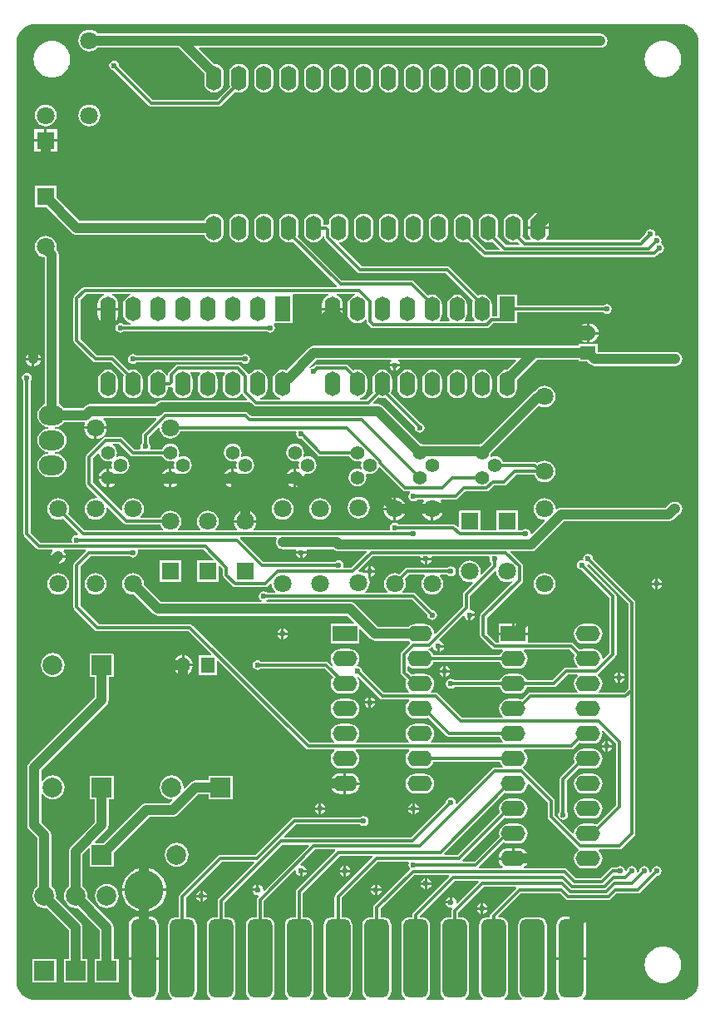
<source format=gbl>
G04*
G04 #@! TF.GenerationSoftware,Altium Limited,Altium Designer,21.0.8 (223)*
G04*
G04 Layer_Physical_Order=2*
G04 Layer_Color=16711680*
%FSLAX25Y25*%
%MOIN*%
G70*
G04*
G04 #@! TF.SameCoordinates,0DE2D123-2560-44B9-80CC-8921B81A5650*
G04*
G04*
G04 #@! TF.FilePolarity,Positive*
G04*
G01*
G75*
G04:AMPARAMS|DCode=34|XSize=98.43mil|YSize=314.96mil|CornerRadius=24.61mil|HoleSize=0mil|Usage=FLASHONLY|Rotation=180.000|XOffset=0mil|YOffset=0mil|HoleType=Round|Shape=RoundedRectangle|*
%AMROUNDEDRECTD34*
21,1,0.09843,0.26575,0,0,180.0*
21,1,0.04921,0.31496,0,0,180.0*
1,1,0.04921,-0.02461,0.13287*
1,1,0.04921,0.02461,0.13287*
1,1,0.04921,0.02461,-0.13287*
1,1,0.04921,-0.02461,-0.13287*
%
%ADD34ROUNDEDRECTD34*%
%ADD35C,0.01181*%
%ADD36C,0.03937*%
%ADD38C,0.05906*%
%ADD39R,0.06299X0.05512*%
%ADD40O,0.06299X0.05512*%
%ADD41R,0.05512X0.06299*%
%ADD42O,0.05512X0.06299*%
%ADD43C,0.07874*%
%ADD44R,0.07874X0.07874*%
%ADD45R,0.07087X0.07087*%
%ADD46C,0.07087*%
%ADD47C,0.05512*%
%ADD48O,0.06299X0.09843*%
%ADD49R,0.06299X0.09843*%
%ADD50O,0.09843X0.06299*%
%ADD51R,0.09843X0.06299*%
%ADD52O,0.10236X0.07874*%
%ADD53R,0.07874X0.07874*%
%ADD54C,0.03937*%
%ADD55C,0.02362*%
%ADD56C,0.15748*%
G36*
X269434Y391243D02*
X270653Y390738D01*
X271749Y390005D01*
X272682Y389072D01*
X273415Y387975D01*
X273920Y386757D01*
X274177Y385463D01*
Y384803D01*
Y7697D01*
Y7039D01*
X273921Y5749D01*
X273417Y4534D01*
X272687Y3440D01*
X271757Y2510D01*
X270663Y1780D01*
X269448Y1276D01*
X268158Y1020D01*
X267500Y1020D01*
X228065D01*
X227895Y1519D01*
X228189Y1744D01*
X228743Y2467D01*
X229092Y3309D01*
X229211Y4213D01*
Y17000D01*
X223260D01*
X217309D01*
Y4213D01*
X217428Y3309D01*
X217776Y2467D01*
X218331Y1744D01*
X218624Y1519D01*
X218454Y1020D01*
X212125D01*
X211956Y1519D01*
X212446Y1896D01*
X212967Y2575D01*
X213294Y3365D01*
X213406Y4213D01*
Y30787D01*
X213294Y31635D01*
X212967Y32425D01*
X212446Y33104D01*
X211768Y33625D01*
X210978Y33952D01*
X210130Y34064D01*
X205209D01*
X204361Y33952D01*
X203571Y33625D01*
X202892Y33104D01*
X202372Y32425D01*
X202044Y31635D01*
X201933Y30787D01*
Y4213D01*
X202044Y3365D01*
X202372Y2575D01*
X202892Y1896D01*
X203383Y1519D01*
X203213Y1020D01*
X196535D01*
X196365Y1519D01*
X196856Y1896D01*
X197377Y2575D01*
X197704Y3365D01*
X197815Y4213D01*
Y30787D01*
X197704Y31635D01*
X197377Y32425D01*
X196856Y33104D01*
X196177Y33625D01*
X195387Y33952D01*
X194539Y34064D01*
X194204D01*
X194012Y34525D01*
X203082Y43595D01*
X218710D01*
X220956Y41349D01*
X221412Y41045D01*
X221950Y40938D01*
X238050D01*
X238588Y41045D01*
X239043Y41349D01*
X241289Y43595D01*
X250000D01*
X250538Y43702D01*
X250993Y44006D01*
X257483Y50496D01*
X257500Y50493D01*
X258268Y50646D01*
X258919Y51081D01*
X259354Y51732D01*
X259507Y52500D01*
X259354Y53268D01*
X258919Y53919D01*
X258268Y54354D01*
X257500Y54507D01*
X256732Y54354D01*
X256081Y53919D01*
X255646Y53268D01*
X255493Y52500D01*
X255496Y52483D01*
X254894Y51881D01*
X254433Y52127D01*
X254507Y52500D01*
X254354Y53268D01*
X253919Y53919D01*
X253268Y54354D01*
X252500Y54507D01*
X251732Y54354D01*
X251081Y53919D01*
X250646Y53268D01*
X250493Y52500D01*
X250496Y52483D01*
X249894Y51881D01*
X249433Y52127D01*
X249507Y52500D01*
X249354Y53268D01*
X248919Y53919D01*
X248268Y54354D01*
X247500Y54507D01*
X246732Y54354D01*
X246081Y53919D01*
X245646Y53268D01*
X245514Y52606D01*
X245280Y52456D01*
X245119Y52490D01*
X244777Y52673D01*
X244766Y52685D01*
X244638Y53327D01*
X244203Y53978D01*
X243552Y54413D01*
X242784Y54566D01*
X242016Y54413D01*
X241365Y53978D01*
X241299Y53880D01*
X239831D01*
X239294Y53773D01*
X238838Y53469D01*
X235022Y49653D01*
X224978D01*
X221421Y53210D01*
X220966Y53514D01*
X220428Y53621D01*
X204354D01*
X204185Y54121D01*
X204731Y54540D01*
X205396Y55407D01*
X205815Y56417D01*
X205891Y57000D01*
X194109D01*
X194185Y56417D01*
X194604Y55407D01*
X195269Y54540D01*
X195815Y54121D01*
X195646Y53621D01*
X186292D01*
X186254Y53669D01*
X186108Y54121D01*
X196133Y64146D01*
X196243Y64061D01*
X197201Y63664D01*
X198228Y63529D01*
X201772D01*
X202799Y63664D01*
X203757Y64061D01*
X204580Y64692D01*
X205211Y65514D01*
X205607Y66472D01*
X205743Y67500D01*
X205607Y68528D01*
X205211Y69485D01*
X204580Y70308D01*
X203757Y70939D01*
X202799Y71336D01*
X201772Y71471D01*
X198228D01*
X197201Y71336D01*
X196243Y70939D01*
X195420Y70308D01*
X194789Y69485D01*
X194393Y68528D01*
X194257Y67500D01*
X194393Y66472D01*
X194420Y66407D01*
X184418Y56405D01*
X179827D01*
X179620Y56905D01*
X196620Y73905D01*
X197201Y73664D01*
X198228Y73529D01*
X201772D01*
X202799Y73664D01*
X203757Y74061D01*
X204580Y74692D01*
X205211Y75515D01*
X205607Y76472D01*
X205743Y77500D01*
X205607Y78528D01*
X205211Y79485D01*
X204580Y80308D01*
X203757Y80939D01*
X202799Y81336D01*
X201772Y81471D01*
X198228D01*
X197201Y81336D01*
X196243Y80939D01*
X195420Y80308D01*
X194789Y79485D01*
X194393Y78528D01*
X194257Y77500D01*
X194393Y76472D01*
X194633Y75892D01*
X177705Y58964D01*
X172386D01*
X172179Y59464D01*
X196620Y83905D01*
X197201Y83664D01*
X198228Y83529D01*
X201772D01*
X202799Y83664D01*
X203757Y84061D01*
X204580Y84692D01*
X205211Y85514D01*
X205607Y86472D01*
X205712Y87268D01*
X206233Y87455D01*
X213831Y79856D01*
Y74089D01*
X213938Y73552D01*
X214243Y73096D01*
X225832Y61507D01*
X226027Y61376D01*
X226045Y61340D01*
X226037Y60781D01*
X225420Y60308D01*
X224789Y59486D01*
X224393Y58528D01*
X224257Y57500D01*
X224393Y56472D01*
X224789Y55515D01*
X225420Y54692D01*
X226243Y54061D01*
X227201Y53664D01*
X228228Y53529D01*
X231772D01*
X232799Y53664D01*
X233757Y54061D01*
X234580Y54692D01*
X235211Y55515D01*
X235607Y56472D01*
X235743Y57500D01*
X235607Y58528D01*
X235211Y59486D01*
X234580Y60308D01*
X234205Y60595D01*
X234375Y61095D01*
X242500D01*
X243038Y61202D01*
X243493Y61507D01*
X248493Y66507D01*
X248798Y66962D01*
X248905Y67500D01*
Y125000D01*
Y160059D01*
X248798Y160597D01*
X248493Y161053D01*
X232014Y177532D01*
X232017Y177549D01*
X231865Y178317D01*
X231430Y178968D01*
X230778Y179403D01*
X230010Y179556D01*
X229242Y179403D01*
X228591Y178968D01*
X228156Y178317D01*
X228003Y177549D01*
X228045Y177338D01*
X227692Y176984D01*
X227481Y177026D01*
X226713Y176874D01*
X226062Y176438D01*
X225626Y175787D01*
X225474Y175019D01*
X225626Y174251D01*
X226062Y173600D01*
X226713Y173165D01*
X227481Y173012D01*
X227498Y173015D01*
X238595Y161918D01*
Y139907D01*
X236233Y137545D01*
X235712Y137732D01*
X235607Y138528D01*
X235211Y139486D01*
X234580Y140308D01*
X233757Y140939D01*
X232799Y141336D01*
X231772Y141471D01*
X228228D01*
X227201Y141336D01*
X226620Y141095D01*
X224222Y143493D01*
X223766Y143798D01*
X223228Y143905D01*
X205921D01*
Y147000D01*
X194079D01*
Y143905D01*
X193082D01*
X189394Y147593D01*
Y153929D01*
X203415Y167949D01*
X203719Y168405D01*
X203826Y168943D01*
Y174538D01*
X203719Y175076D01*
X203415Y175532D01*
X198783Y180164D01*
X198974Y180626D01*
X207314D01*
X208033Y180721D01*
X208704Y180998D01*
X209279Y181440D01*
X220335Y192496D01*
X262224D01*
X262944Y192591D01*
X263614Y192868D01*
X264190Y193310D01*
X265691Y194811D01*
X265719Y194815D01*
X266390Y195093D01*
X266966Y195535D01*
X267407Y196110D01*
X267685Y196781D01*
X267780Y197500D01*
X267685Y198219D01*
X267407Y198890D01*
X266966Y199466D01*
X266390Y199907D01*
X265719Y200185D01*
X265000Y200280D01*
X264449D01*
X263729Y200185D01*
X263059Y199907D01*
X262483Y199466D01*
X261073Y198055D01*
X219184D01*
X218465Y197960D01*
X217794Y197683D01*
X217352Y197343D01*
X217038Y197445D01*
X216953Y197494D01*
X216857Y197586D01*
X216719Y198630D01*
X216283Y199684D01*
X215589Y200589D01*
X214684Y201283D01*
X213631Y201719D01*
X212500Y201868D01*
X211369Y201719D01*
X210316Y201283D01*
X209411Y200589D01*
X208717Y199684D01*
X208281Y198630D01*
X208132Y197500D01*
X208281Y196370D01*
X208717Y195316D01*
X209411Y194411D01*
X210316Y193717D01*
X211369Y193281D01*
X212414Y193143D01*
X212679Y192702D01*
X207493Y187515D01*
X206958Y187688D01*
X206854Y188209D01*
X206419Y188860D01*
X205768Y189295D01*
X205000Y189448D01*
X204232Y189295D01*
X203648Y188905D01*
X201831D01*
Y196831D01*
X193169D01*
Y188905D01*
X186831D01*
Y196831D01*
X178169D01*
Y190436D01*
X177707Y190244D01*
X176958Y190993D01*
X176502Y191298D01*
X175965Y191405D01*
X153968D01*
X153919Y191478D01*
X153268Y191913D01*
X152500Y192066D01*
X151732Y191913D01*
X151081Y191478D01*
X150646Y190827D01*
X150493Y190059D01*
X150623Y189405D01*
X150348Y188905D01*
X96050D01*
X95852Y189405D01*
X96469Y190209D01*
X96926Y191314D01*
X97017Y192000D01*
X92500D01*
X87983D01*
X88074Y191314D01*
X88531Y190209D01*
X89148Y189405D01*
X88950Y188905D01*
X80707D01*
X80546Y189378D01*
X80589Y189411D01*
X81283Y190316D01*
X81719Y191369D01*
X81868Y192500D01*
X81719Y193631D01*
X81283Y194684D01*
X80589Y195589D01*
X79684Y196283D01*
X78631Y196719D01*
X77500Y196868D01*
X76370Y196719D01*
X75316Y196283D01*
X74411Y195589D01*
X73717Y194684D01*
X73281Y193631D01*
X73132Y192500D01*
X73281Y191369D01*
X73717Y190316D01*
X74411Y189411D01*
X74454Y189378D01*
X74293Y188905D01*
X65707D01*
X65546Y189378D01*
X65589Y189411D01*
X66283Y190316D01*
X66719Y191369D01*
X66868Y192500D01*
X66719Y193631D01*
X66283Y194684D01*
X65589Y195589D01*
X64684Y196283D01*
X63630Y196719D01*
X62500Y196868D01*
X61370Y196719D01*
X60316Y196283D01*
X59411Y195589D01*
X58717Y194684D01*
X58394Y193905D01*
X50706D01*
X50546Y194378D01*
X50589Y194411D01*
X51283Y195316D01*
X51719Y196370D01*
X51868Y197500D01*
X51719Y198630D01*
X51283Y199684D01*
X50589Y200589D01*
X49684Y201283D01*
X48630Y201719D01*
X47500Y201868D01*
X46369Y201719D01*
X45316Y201283D01*
X44411Y200589D01*
X43717Y199684D01*
X43281Y198630D01*
X43132Y197500D01*
X43198Y196996D01*
X42725Y196762D01*
X31405Y208082D01*
Y217764D01*
X33447Y219807D01*
X33975Y219627D01*
X34048Y219075D01*
X34405Y218213D01*
X34973Y217473D01*
X35713Y216905D01*
X36575Y216548D01*
X37500Y216426D01*
X38425Y216548D01*
X38835Y216718D01*
X39218Y216335D01*
X39048Y215925D01*
X38926Y215000D01*
X39048Y214075D01*
X39123Y213893D01*
X38770Y213539D01*
X38480Y213659D01*
X38000Y213722D01*
Y210500D01*
X41223D01*
X41159Y210981D01*
X41039Y211270D01*
X41393Y211623D01*
X41575Y211548D01*
X42500Y211426D01*
X43425Y211548D01*
X44287Y211905D01*
X45027Y212473D01*
X45595Y213213D01*
X45952Y214075D01*
X46074Y215000D01*
X45952Y215925D01*
X45595Y216787D01*
X45027Y217527D01*
X44287Y218095D01*
X43425Y218452D01*
X42500Y218574D01*
X41575Y218452D01*
X41165Y218282D01*
X40782Y218665D01*
X40952Y219075D01*
X41074Y220000D01*
X40952Y220925D01*
X40595Y221787D01*
X40027Y222527D01*
X39287Y223095D01*
X39386Y223595D01*
X41918D01*
X46507Y219007D01*
X46962Y218702D01*
X47500Y218595D01*
X59247D01*
X59405Y218213D01*
X59973Y217473D01*
X60713Y216905D01*
X61575Y216548D01*
X62500Y216426D01*
X63425Y216548D01*
X63835Y216718D01*
X64218Y216335D01*
X64048Y215925D01*
X63926Y215000D01*
X64048Y214075D01*
X64123Y213893D01*
X63770Y213539D01*
X63481Y213659D01*
X63000Y213722D01*
Y210500D01*
X66223D01*
X66159Y210981D01*
X66039Y211270D01*
X66393Y211623D01*
X66575Y211548D01*
X67500Y211426D01*
X68425Y211548D01*
X69287Y211905D01*
X70027Y212473D01*
X70595Y213213D01*
X70952Y214075D01*
X71074Y215000D01*
X70952Y215925D01*
X70595Y216787D01*
X70027Y217527D01*
X69287Y218095D01*
X68425Y218452D01*
X67500Y218574D01*
X66575Y218452D01*
X66165Y218282D01*
X65782Y218665D01*
X65952Y219075D01*
X66074Y220000D01*
X65952Y220925D01*
X65595Y221787D01*
X65027Y222527D01*
X64287Y223095D01*
X63425Y223452D01*
X62500Y223574D01*
X61575Y223452D01*
X60713Y223095D01*
X59973Y222527D01*
X59405Y221787D01*
X59247Y221405D01*
X54652D01*
X54377Y221905D01*
X54507Y222559D01*
X54354Y223327D01*
X53919Y223978D01*
X53905Y223988D01*
Y226378D01*
X57700Y230173D01*
X58144Y229909D01*
X58281Y228870D01*
X58717Y227816D01*
X59411Y226911D01*
X60316Y226217D01*
X61370Y225781D01*
X62500Y225632D01*
X63630Y225781D01*
X64684Y226217D01*
X65589Y226911D01*
X66283Y227816D01*
X66606Y228595D01*
X112848D01*
X113123Y228095D01*
X112993Y227441D01*
X113146Y226673D01*
X113581Y226022D01*
X114232Y225587D01*
X115000Y225434D01*
X115066Y225447D01*
X121507Y219007D01*
X121962Y218702D01*
X122500Y218595D01*
X134247D01*
X134405Y218213D01*
X134973Y217473D01*
X135713Y216905D01*
X136575Y216548D01*
X137500Y216426D01*
X138425Y216548D01*
X138835Y216718D01*
X139218Y216335D01*
X139048Y215925D01*
X138926Y215000D01*
X139048Y214075D01*
X139218Y213665D01*
X138835Y213282D01*
X138425Y213452D01*
X137500Y213574D01*
X136575Y213452D01*
X135713Y213095D01*
X134973Y212527D01*
X134405Y211787D01*
X134048Y210925D01*
X133926Y210000D01*
X134048Y209075D01*
X134405Y208213D01*
X134973Y207473D01*
X135713Y206905D01*
X136575Y206548D01*
X137500Y206426D01*
X138425Y206548D01*
X139287Y206905D01*
X140027Y207473D01*
X140595Y208213D01*
X140952Y209075D01*
X141074Y210000D01*
X140952Y210925D01*
X140782Y211335D01*
X141165Y211718D01*
X141575Y211548D01*
X142500Y211426D01*
X143425Y211548D01*
X144287Y211905D01*
X145027Y212473D01*
X145595Y213213D01*
X145887Y213919D01*
X146414Y214099D01*
X155640Y204873D01*
X156096Y204568D01*
X156634Y204461D01*
X158492D01*
X158644Y203961D01*
X158581Y203919D01*
X158146Y203268D01*
X157993Y202500D01*
X158146Y201732D01*
X158581Y201081D01*
X159232Y200646D01*
X160000Y200493D01*
X160768Y200646D01*
X161419Y201081D01*
X161429Y201095D01*
X163950D01*
X164148Y200595D01*
X163531Y199791D01*
X163074Y198686D01*
X162983Y198000D01*
X167500D01*
X172017D01*
X171926Y198686D01*
X171469Y199791D01*
X170852Y200595D01*
X171050Y201095D01*
X176783D01*
X177321Y201202D01*
X177777Y201506D01*
X180731Y204461D01*
X189212D01*
X189750Y204568D01*
X190206Y204873D01*
X192275Y206942D01*
X196297D01*
X196835Y207049D01*
X197291Y207353D01*
X201033Y211095D01*
X208394D01*
X208717Y210316D01*
X209411Y209411D01*
X210316Y208717D01*
X211369Y208281D01*
X212500Y208132D01*
X213631Y208281D01*
X214684Y208717D01*
X215589Y209411D01*
X216283Y210316D01*
X216719Y211369D01*
X216868Y212500D01*
X216719Y213631D01*
X216283Y214684D01*
X215589Y215589D01*
X214684Y216283D01*
X213631Y216719D01*
X212500Y216868D01*
X211369Y216719D01*
X210316Y216283D01*
X209631Y215757D01*
X209395Y215993D01*
X208940Y216298D01*
X208402Y216405D01*
X195753D01*
X195595Y216787D01*
X195027Y217527D01*
X194287Y218095D01*
X193425Y218452D01*
X192500Y218574D01*
X191575Y218452D01*
X191165Y218282D01*
X190782Y218665D01*
X190952Y219075D01*
X191020Y219589D01*
X210221Y238790D01*
X210316Y238717D01*
X211369Y238281D01*
X212500Y238132D01*
X213631Y238281D01*
X214684Y238717D01*
X215589Y239411D01*
X216283Y240316D01*
X216719Y241370D01*
X216868Y242500D01*
X216719Y243631D01*
X216283Y244684D01*
X215589Y245589D01*
X214684Y246283D01*
X213631Y246719D01*
X212500Y246868D01*
X211369Y246719D01*
X210316Y246283D01*
X209411Y245589D01*
X208717Y244684D01*
X208674Y244581D01*
X208008Y244305D01*
X207432Y243863D01*
X187089Y223520D01*
X186575Y223452D01*
X186112Y223260D01*
X185875Y223291D01*
X163813D01*
X163425Y223452D01*
X162911Y223520D01*
X147812Y238619D01*
X147236Y239061D01*
X146566Y239338D01*
X145846Y239433D01*
X143881D01*
X143690Y239895D01*
X145917Y242123D01*
X146472Y241893D01*
X147500Y241757D01*
X148528Y241893D01*
X148819Y242013D01*
X160549Y230283D01*
X160493Y230000D01*
X160646Y229232D01*
X161081Y228581D01*
X161732Y228146D01*
X162500Y227993D01*
X163268Y228146D01*
X163919Y228581D01*
X164354Y229232D01*
X164507Y230000D01*
X164354Y230768D01*
X163919Y231419D01*
X163268Y231854D01*
X162874Y231933D01*
X150976Y243831D01*
X151336Y244701D01*
X151471Y245728D01*
Y249272D01*
X151336Y250299D01*
X150939Y251257D01*
X150308Y252080D01*
X149486Y252711D01*
X148528Y253107D01*
X147500Y253243D01*
X146472Y253107D01*
X145515Y252711D01*
X144692Y252080D01*
X144061Y251257D01*
X143664Y250299D01*
X143529Y249272D01*
Y245728D01*
X143664Y244701D01*
X143915Y244094D01*
X141226Y241405D01*
X138607D01*
X138528Y241893D01*
X139486Y242289D01*
X140308Y242920D01*
X140939Y243743D01*
X141336Y244701D01*
X141471Y245728D01*
Y249272D01*
X141336Y250299D01*
X140939Y251257D01*
X140308Y252080D01*
X139486Y252711D01*
X138528Y253107D01*
X137500Y253243D01*
X136472Y253107D01*
X135892Y252867D01*
X133966Y254793D01*
X133510Y255097D01*
X132972Y255204D01*
X121299D01*
X120762Y255097D01*
X120306Y254793D01*
X120007Y254494D01*
X119941Y254507D01*
X119173Y254354D01*
X118629Y253991D01*
X118310Y254379D01*
X121151Y257220D01*
X150997D01*
X151149Y256720D01*
X150927Y256573D01*
X150445Y255851D01*
X150376Y255500D01*
X154624D01*
X154554Y255851D01*
X154072Y256573D01*
X153851Y256720D01*
X154003Y257220D01*
X200864D01*
X201056Y256758D01*
X197535Y253238D01*
X197500Y253243D01*
X196472Y253107D01*
X195515Y252711D01*
X194692Y252080D01*
X194061Y251257D01*
X193664Y250299D01*
X193529Y249272D01*
Y245728D01*
X193664Y244701D01*
X194061Y243743D01*
X194692Y242920D01*
X195515Y242289D01*
X196472Y241893D01*
X197500Y241757D01*
X198528Y241893D01*
X199486Y242289D01*
X200308Y242920D01*
X200939Y243743D01*
X201336Y244701D01*
X201471Y245728D01*
Y249272D01*
X201466Y249307D01*
X209380Y257220D01*
X226063D01*
Y256457D01*
X229612D01*
X230535Y255535D01*
X231110Y255093D01*
X231781Y254815D01*
X232500Y254720D01*
X265000D01*
X265719Y254815D01*
X266390Y255093D01*
X266966Y255535D01*
X267407Y256110D01*
X267685Y256781D01*
X267780Y257500D01*
X267685Y258219D01*
X267407Y258890D01*
X266966Y259466D01*
X266390Y259907D01*
X265719Y260185D01*
X265000Y260280D01*
X233937D01*
Y263543D01*
X226063D01*
Y262780D01*
X120000D01*
X119281Y262685D01*
X118610Y262407D01*
X118035Y261965D01*
X108986Y252917D01*
X108528Y253107D01*
X107500Y253243D01*
X106472Y253107D01*
X105515Y252711D01*
X104692Y252080D01*
X104061Y251257D01*
X103664Y250299D01*
X103529Y249272D01*
Y245728D01*
X103664Y244701D01*
X104061Y243743D01*
X104692Y242920D01*
X105515Y242289D01*
X106472Y241893D01*
X106393Y241405D01*
X98607D01*
X98528Y241893D01*
X99485Y242289D01*
X100308Y242920D01*
X100939Y243743D01*
X101336Y244701D01*
X101471Y245728D01*
Y249272D01*
X101336Y250299D01*
X100939Y251257D01*
X100308Y252080D01*
X99485Y252711D01*
X98528Y253107D01*
X97500Y253243D01*
X96472Y253107D01*
X95515Y252711D01*
X94692Y252080D01*
X94219Y251463D01*
X93660Y251455D01*
X93624Y251473D01*
X93493Y251668D01*
X90369Y254793D01*
X89913Y255097D01*
X89375Y255204D01*
X65625D01*
X65087Y255097D01*
X64631Y254793D01*
X61979Y252140D01*
X61674Y251685D01*
X61567Y251147D01*
Y251046D01*
X61067Y250947D01*
X60939Y251257D01*
X60308Y252080D01*
X59486Y252711D01*
X58528Y253107D01*
X57500Y253243D01*
X56472Y253107D01*
X55515Y252711D01*
X54692Y252080D01*
X54061Y251257D01*
X53664Y250299D01*
X53529Y249272D01*
Y245728D01*
X53664Y244701D01*
X54061Y243743D01*
X54692Y242920D01*
X55515Y242289D01*
X56472Y241893D01*
X57500Y241757D01*
X58528Y241893D01*
X59486Y242289D01*
X60308Y242920D01*
X60939Y243743D01*
X61336Y244701D01*
X61471Y245728D01*
Y246095D01*
X62281D01*
X62818Y246202D01*
X63029Y246343D01*
X63529Y246076D01*
Y245728D01*
X63664Y244701D01*
X64061Y243743D01*
X64692Y242920D01*
X65514Y242289D01*
X66472Y241893D01*
X67500Y241757D01*
X68528Y241893D01*
X69485Y242289D01*
X70308Y242920D01*
X70939Y243743D01*
X71336Y244701D01*
X71471Y245728D01*
Y249272D01*
X71336Y250299D01*
X70939Y251257D01*
X70450Y251894D01*
X70687Y252394D01*
X74313D01*
X74550Y251894D01*
X74061Y251257D01*
X73664Y250299D01*
X73529Y249272D01*
Y245728D01*
X73664Y244701D01*
X74061Y243743D01*
X74692Y242920D01*
X75515Y242289D01*
X76472Y241893D01*
X77500Y241757D01*
X78528Y241893D01*
X79485Y242289D01*
X80308Y242920D01*
X80939Y243743D01*
X81336Y244701D01*
X81471Y245728D01*
Y249272D01*
X81336Y250299D01*
X80939Y251257D01*
X80450Y251894D01*
X80687Y252394D01*
X84313D01*
X84550Y251894D01*
X84061Y251257D01*
X83664Y250299D01*
X83529Y249272D01*
Y245728D01*
X83664Y244701D01*
X84061Y243743D01*
X84692Y242920D01*
X85514Y242289D01*
X86472Y241893D01*
X87500Y241757D01*
X88528Y241893D01*
X89486Y242289D01*
X90308Y242920D01*
X90781Y243537D01*
X91340Y243545D01*
X91376Y243527D01*
X91507Y243332D01*
X93329Y241509D01*
X93138Y241047D01*
X59075D01*
X58356Y240953D01*
X57686Y240675D01*
X57110Y240233D01*
X56310Y239433D01*
X30245D01*
X29526Y239338D01*
X28855Y239061D01*
X28280Y238619D01*
X27440Y237780D01*
X20003D01*
X19551Y238369D01*
X18564Y239127D01*
X17780Y239452D01*
Y299148D01*
X17685Y299867D01*
X17407Y300538D01*
X16965Y301113D01*
X16716Y301362D01*
X16719Y301370D01*
X16868Y302500D01*
X16719Y303630D01*
X16283Y304684D01*
X15589Y305589D01*
X14684Y306283D01*
X13631Y306719D01*
X12500Y306868D01*
X11370Y306719D01*
X10316Y306283D01*
X9411Y305589D01*
X8717Y304684D01*
X8281Y303630D01*
X8132Y302500D01*
X8281Y301370D01*
X8717Y300316D01*
X9411Y299411D01*
X10316Y298717D01*
X11370Y298281D01*
X12022Y298195D01*
X12220Y297996D01*
Y239452D01*
X11436Y239127D01*
X10449Y238369D01*
X9692Y237383D01*
X9216Y236233D01*
X9054Y235000D01*
X9216Y233767D01*
X9692Y232617D01*
X10449Y231630D01*
X11436Y230873D01*
X12586Y230397D01*
X13687Y230252D01*
Y229748D01*
X12586Y229603D01*
X11436Y229127D01*
X10449Y228369D01*
X9692Y227383D01*
X9216Y226233D01*
X9054Y225000D01*
X9216Y223767D01*
X9692Y222617D01*
X10449Y221631D01*
X11436Y220873D01*
X12586Y220397D01*
X13687Y220252D01*
Y219748D01*
X12586Y219603D01*
X11436Y219127D01*
X10449Y218370D01*
X9692Y217383D01*
X9216Y216233D01*
X9054Y215000D01*
X9216Y213767D01*
X9692Y212617D01*
X10449Y211631D01*
X11436Y210873D01*
X12586Y210397D01*
X13819Y210235D01*
X16181D01*
X17414Y210397D01*
X18564Y210873D01*
X19551Y211631D01*
X20308Y212617D01*
X20784Y213767D01*
X20946Y215000D01*
X20784Y216233D01*
X20308Y217383D01*
X19551Y218370D01*
X18564Y219127D01*
X17414Y219603D01*
X16313Y219748D01*
Y220252D01*
X17414Y220397D01*
X18564Y220873D01*
X19551Y221631D01*
X20308Y222617D01*
X20784Y223767D01*
X20946Y225000D01*
X20784Y226233D01*
X20308Y227383D01*
X19551Y228369D01*
X18564Y229127D01*
X17414Y229603D01*
X16313Y229748D01*
Y230252D01*
X17414Y230397D01*
X18564Y230873D01*
X19551Y231630D01*
X20003Y232220D01*
X28052D01*
X28330Y231805D01*
X28074Y231186D01*
X27983Y230500D01*
X37017D01*
X36926Y231186D01*
X36469Y232291D01*
X35740Y233240D01*
X35532Y233400D01*
X35692Y233874D01*
X56774D01*
X56965Y233412D01*
X51507Y227953D01*
X51202Y227497D01*
X51095Y226960D01*
Y223988D01*
X51081Y223978D01*
X50646Y223327D01*
X50493Y222559D01*
X50623Y221905D01*
X50348Y221405D01*
X48082D01*
X43494Y225993D01*
X43038Y226298D01*
X42500Y226405D01*
X36654D01*
X36116Y226298D01*
X35660Y225993D01*
X29006Y219340D01*
X28702Y218884D01*
X28595Y218346D01*
Y207500D01*
X28702Y206962D01*
X29006Y206507D01*
X33238Y202275D01*
X33004Y201802D01*
X32500Y201868D01*
X31370Y201719D01*
X30316Y201283D01*
X29411Y200589D01*
X28717Y199684D01*
X28281Y198630D01*
X28132Y197500D01*
X28281Y196370D01*
X28717Y195316D01*
X29411Y194411D01*
X30316Y193717D01*
X31370Y193281D01*
X32500Y193132D01*
X33630Y193281D01*
X34684Y193717D01*
X35589Y194411D01*
X36283Y195316D01*
X36719Y196370D01*
X36868Y197500D01*
X36802Y198004D01*
X37275Y198238D01*
X44006Y191507D01*
X44462Y191202D01*
X45000Y191095D01*
X58394D01*
X58717Y190316D01*
X59411Y189411D01*
X59454Y189378D01*
X59293Y188905D01*
X28082D01*
X21396Y195590D01*
X21719Y196370D01*
X21868Y197500D01*
X21719Y198630D01*
X21283Y199684D01*
X20589Y200589D01*
X19684Y201283D01*
X18631Y201719D01*
X17500Y201868D01*
X16369Y201719D01*
X15316Y201283D01*
X14411Y200589D01*
X13717Y199684D01*
X13281Y198630D01*
X13132Y197500D01*
X13281Y196370D01*
X13717Y195316D01*
X14411Y194411D01*
X15316Y193717D01*
X16369Y193281D01*
X17500Y193132D01*
X18631Y193281D01*
X19410Y193604D01*
X25546Y187467D01*
X25299Y187007D01*
X25000Y187066D01*
X24232Y186913D01*
X23581Y186478D01*
X23146Y185827D01*
X22993Y185059D01*
X23123Y184405D01*
X22848Y183905D01*
X10582D01*
X6405Y188082D01*
Y248571D01*
X6419Y248581D01*
X6854Y249232D01*
X7007Y250000D01*
X6854Y250768D01*
X6419Y251419D01*
X5768Y251854D01*
X5000Y252007D01*
X4232Y251854D01*
X3581Y251419D01*
X3146Y250768D01*
X2993Y250000D01*
X3146Y249232D01*
X3581Y248581D01*
X3595Y248571D01*
Y187500D01*
X3702Y186962D01*
X4007Y186506D01*
X9007Y181507D01*
X9462Y181202D01*
X10000Y181095D01*
X15229D01*
X15272Y180968D01*
X15348Y180595D01*
X14907Y180021D01*
X14608Y179299D01*
X14572Y179024D01*
X20428D01*
X20392Y179299D01*
X20093Y180021D01*
X19652Y180595D01*
X19728Y180968D01*
X19771Y181095D01*
X28401D01*
X28608Y180595D01*
X24006Y175994D01*
X23702Y175538D01*
X23595Y175000D01*
Y158192D01*
X23702Y157654D01*
X24006Y157198D01*
X32198Y149006D01*
X32654Y148702D01*
X33192Y148595D01*
X69772D01*
X78968Y139399D01*
X78777Y138937D01*
X73957D01*
Y131063D01*
X81043D01*
Y136671D01*
X81505Y136862D01*
X116861Y101507D01*
X117317Y101202D01*
X117854Y101095D01*
X128125D01*
X128295Y100595D01*
X127920Y100308D01*
X127289Y99485D01*
X126893Y98528D01*
X126757Y97500D01*
X126893Y96472D01*
X127289Y95515D01*
X127920Y94692D01*
X128743Y94061D01*
X129701Y93664D01*
X130728Y93529D01*
X134272D01*
X135299Y93664D01*
X136257Y94061D01*
X137080Y94692D01*
X137711Y95515D01*
X138107Y96472D01*
X138243Y97500D01*
X138107Y98528D01*
X137711Y99485D01*
X137080Y100308D01*
X136705Y100595D01*
X136875Y101095D01*
X158125D01*
X158295Y100595D01*
X157920Y100308D01*
X157289Y99485D01*
X156893Y98528D01*
X156757Y97500D01*
X156893Y96472D01*
X157289Y95515D01*
X157920Y94692D01*
X158743Y94061D01*
X159701Y93664D01*
X160728Y93529D01*
X164272D01*
X165299Y93664D01*
X166257Y94061D01*
X167080Y94692D01*
X167711Y95515D01*
X167951Y96095D01*
X194549D01*
X194789Y95515D01*
X195420Y94692D01*
X195795Y94405D01*
X195625Y93905D01*
X192500D01*
X191962Y93798D01*
X191507Y93493D01*
X177394Y79381D01*
X176933Y79627D01*
X177007Y80000D01*
X176854Y80768D01*
X176419Y81419D01*
X175768Y81854D01*
X175000Y82007D01*
X174232Y81854D01*
X173581Y81419D01*
X173146Y80768D01*
X172993Y80000D01*
X172996Y79983D01*
X158887Y65873D01*
X108230D01*
X108038Y66335D01*
X112798Y71095D01*
X138571D01*
X138581Y71081D01*
X139232Y70646D01*
X140000Y70493D01*
X140768Y70646D01*
X141419Y71081D01*
X141854Y71732D01*
X142007Y72500D01*
X141854Y73268D01*
X141419Y73919D01*
X140768Y74354D01*
X140000Y74507D01*
X139232Y74354D01*
X138581Y73919D01*
X138571Y73905D01*
X112216D01*
X111679Y73798D01*
X111223Y73493D01*
X96634Y58905D01*
X82500D01*
X81962Y58798D01*
X81507Y58493D01*
X66361Y43348D01*
X66056Y42892D01*
X65949Y42354D01*
Y34064D01*
X64894D01*
X64046Y33952D01*
X63256Y33625D01*
X62577Y33104D01*
X62057Y32425D01*
X61729Y31635D01*
X61618Y30787D01*
Y4213D01*
X61729Y3365D01*
X62057Y2575D01*
X62577Y1896D01*
X63068Y1519D01*
X62898Y1020D01*
X56569D01*
X56400Y1519D01*
X56693Y1744D01*
X57247Y2467D01*
X57596Y3309D01*
X57715Y4213D01*
Y17000D01*
X51764D01*
X45813D01*
Y4213D01*
X45932Y3309D01*
X46280Y2467D01*
X46835Y1744D01*
X47128Y1519D01*
X46958Y1020D01*
X7042D01*
X5751Y1276D01*
X4536Y1780D01*
X3441Y2511D01*
X2511Y3441D01*
X1780Y4536D01*
X1276Y5751D01*
X1020Y7042D01*
Y7700D01*
Y384800D01*
Y385460D01*
X1277Y386754D01*
X1782Y387974D01*
X2515Y389071D01*
X3449Y390004D01*
X4546Y390738D01*
X5765Y391243D01*
X7060Y391500D01*
X7720Y391500D01*
X268140D01*
X269434Y391243D01*
D02*
G37*
G36*
X190623Y178154D02*
X190493Y177500D01*
X190646Y176732D01*
X191081Y176081D01*
X191095Y176071D01*
Y175042D01*
X187146Y171092D01*
X186719Y171370D01*
X186868Y172500D01*
X186719Y173630D01*
X186283Y174684D01*
X185589Y175589D01*
X184684Y176283D01*
X183631Y176719D01*
X182500Y176868D01*
X181369Y176719D01*
X180316Y176283D01*
X179411Y175589D01*
X178717Y174684D01*
X178281Y173630D01*
X178132Y172500D01*
X178281Y171370D01*
X178717Y170316D01*
X179411Y169411D01*
X180316Y168717D01*
X181369Y168281D01*
X182500Y168132D01*
X183631Y168281D01*
X183908Y167854D01*
X180269Y164215D01*
X179964Y163760D01*
X179857Y163222D01*
Y158669D01*
X168733Y147545D01*
X168212Y147732D01*
X168107Y148528D01*
X167711Y149486D01*
X167080Y150308D01*
X166257Y150939D01*
X165299Y151336D01*
X164272Y151471D01*
X160728D01*
X159701Y151336D01*
X158743Y150939D01*
X157920Y150308D01*
X157899Y150280D01*
X145620D01*
X136434Y159466D01*
X135858Y159907D01*
X135188Y160185D01*
X134468Y160280D01*
X101120D01*
X100969Y160780D01*
X101419Y161081D01*
X101429Y161095D01*
X159418D01*
X165496Y155017D01*
X165493Y155000D01*
X165646Y154232D01*
X166081Y153581D01*
X166732Y153146D01*
X167500Y152993D01*
X168268Y153146D01*
X168919Y153581D01*
X169354Y154232D01*
X169507Y155000D01*
X169354Y155768D01*
X168919Y156419D01*
X168268Y156854D01*
X167500Y157007D01*
X167483Y157004D01*
X160994Y163494D01*
X160538Y163798D01*
X160000Y163905D01*
X155707D01*
X155546Y164378D01*
X155589Y164411D01*
X156283Y165316D01*
X156719Y166369D01*
X156868Y167500D01*
X156719Y168631D01*
X156396Y169410D01*
X158082Y171095D01*
X164294D01*
X164454Y170622D01*
X164411Y170589D01*
X163717Y169684D01*
X163281Y168631D01*
X163132Y167500D01*
X163281Y166369D01*
X163717Y165316D01*
X164411Y164411D01*
X165316Y163717D01*
X166369Y163281D01*
X167500Y163132D01*
X168631Y163281D01*
X169684Y163717D01*
X170589Y164411D01*
X171283Y165316D01*
X171719Y166369D01*
X171868Y167500D01*
X171719Y168631D01*
X171283Y169684D01*
X170589Y170589D01*
X170546Y170622D01*
X170706Y171095D01*
X173571D01*
X173581Y171081D01*
X174232Y170646D01*
X175000Y170493D01*
X175768Y170646D01*
X176419Y171081D01*
X176854Y171732D01*
X177007Y172500D01*
X176854Y173268D01*
X176419Y173919D01*
X175768Y174354D01*
X175000Y174507D01*
X174232Y174354D01*
X173581Y173919D01*
X173571Y173905D01*
X157500D01*
X156962Y173798D01*
X156507Y173494D01*
X154410Y171397D01*
X153630Y171719D01*
X152500Y171868D01*
X151370Y171719D01*
X150316Y171283D01*
X149411Y170589D01*
X148717Y169684D01*
X148281Y168631D01*
X148132Y167500D01*
X148281Y166369D01*
X148717Y165316D01*
X149411Y164411D01*
X149454Y164378D01*
X149293Y163905D01*
X140598D01*
X140429Y164405D01*
X141089Y164911D01*
X141783Y165816D01*
X142219Y166869D01*
X142368Y168000D01*
X142219Y169131D01*
X141907Y169884D01*
X142000Y169998D01*
Y172000D01*
X139998D01*
X139884Y171907D01*
X139130Y172219D01*
X138091Y172356D01*
X137827Y172800D01*
X143681Y178654D01*
X162592D01*
X162906Y178154D01*
X162876Y178000D01*
X167124D01*
X167094Y178154D01*
X167408Y178654D01*
X190348D01*
X190623Y178154D01*
D02*
G37*
G36*
X79756Y177293D02*
X79564Y176831D01*
X73169D01*
Y168169D01*
X81831D01*
Y174564D01*
X82293Y174756D01*
X83585Y173463D01*
Y170975D01*
X83692Y170437D01*
X83997Y169981D01*
X87392Y166585D01*
X87848Y166281D01*
X88386Y166174D01*
X100619D01*
X101157Y166281D01*
X101612Y166585D01*
X102700Y167673D01*
X103144Y167410D01*
X103281Y166369D01*
X103717Y165316D01*
X104411Y164411D01*
X104454Y164378D01*
X104294Y163905D01*
X101429D01*
X101419Y163919D01*
X100768Y164354D01*
X100000Y164507D01*
X99232Y164354D01*
X98581Y163919D01*
X98146Y163268D01*
X97993Y162500D01*
X98146Y161732D01*
X98581Y161081D01*
X99031Y160780D01*
X98880Y160280D01*
X58651D01*
X51817Y167114D01*
X51868Y167500D01*
X51719Y168631D01*
X51283Y169684D01*
X50589Y170589D01*
X49684Y171283D01*
X48630Y171719D01*
X47500Y171868D01*
X46369Y171719D01*
X45316Y171283D01*
X44411Y170589D01*
X43717Y169684D01*
X43281Y168631D01*
X43132Y167500D01*
X43281Y166369D01*
X43717Y165316D01*
X44411Y164411D01*
X45316Y163717D01*
X46369Y163281D01*
X47500Y163132D01*
X47886Y163183D01*
X55534Y155535D01*
X56110Y155093D01*
X56781Y154815D01*
X57500Y154720D01*
X133317D01*
X136138Y151899D01*
X135947Y151437D01*
X126791D01*
Y143563D01*
X138209D01*
Y149175D01*
X138671Y149367D01*
X142503Y145535D01*
X143078Y145093D01*
X143749Y144815D01*
X144468Y144720D01*
X157899D01*
X157920Y144692D01*
X158431Y144300D01*
X158489Y143651D01*
X155207Y140369D01*
X154903Y139913D01*
X154796Y139375D01*
Y132028D01*
X154903Y131490D01*
X155207Y131034D01*
X157133Y129108D01*
X156893Y128528D01*
X156757Y127500D01*
X156893Y126472D01*
X157289Y125514D01*
X157920Y124692D01*
X158295Y124405D01*
X158125Y123905D01*
X148082D01*
X139504Y132483D01*
X139507Y132500D01*
X139354Y133268D01*
X138919Y133919D01*
X138268Y134354D01*
X137559Y134495D01*
X137412Y134711D01*
X137298Y134977D01*
X137711Y135514D01*
X138107Y136472D01*
X138243Y137500D01*
X138107Y138528D01*
X137711Y139486D01*
X137080Y140308D01*
X136257Y140939D01*
X135299Y141336D01*
X134272Y141471D01*
X130728D01*
X129701Y141336D01*
X128743Y140939D01*
X127920Y140308D01*
X127289Y139486D01*
X126893Y138528D01*
X126757Y137500D01*
X126893Y136472D01*
X127289Y135514D01*
X127652Y135042D01*
X127275Y134712D01*
X125994Y135994D01*
X125538Y136298D01*
X125000Y136405D01*
X98929D01*
X98919Y136419D01*
X98268Y136854D01*
X97500Y137007D01*
X96732Y136854D01*
X96081Y136419D01*
X95646Y135768D01*
X95493Y135000D01*
X95646Y134232D01*
X96081Y133581D01*
X96732Y133146D01*
X97500Y132993D01*
X98268Y133146D01*
X98919Y133581D01*
X98929Y133595D01*
X124418D01*
X127827Y130186D01*
X127289Y129485D01*
X126893Y128528D01*
X126757Y127500D01*
X126893Y126472D01*
X127289Y125514D01*
X127920Y124692D01*
X128743Y124061D01*
X129701Y123664D01*
X130728Y123529D01*
X134272D01*
X135299Y123664D01*
X136257Y124061D01*
X137080Y124692D01*
X137711Y125514D01*
X138107Y126472D01*
X138243Y127500D01*
X138107Y128528D01*
X137711Y129485D01*
X137348Y129958D01*
X137725Y130288D01*
X146507Y121507D01*
X146962Y121202D01*
X147500Y121095D01*
X158125D01*
X158295Y120595D01*
X157920Y120308D01*
X157289Y119485D01*
X156893Y118528D01*
X156757Y117500D01*
X156893Y116472D01*
X157289Y115515D01*
X157920Y114692D01*
X158743Y114061D01*
X159701Y113664D01*
X160728Y113529D01*
X164272D01*
X165299Y113664D01*
X165880Y113905D01*
X173278Y106507D01*
X173734Y106202D01*
X174272Y106095D01*
X194549D01*
X194789Y105515D01*
X195420Y104692D01*
X195795Y104405D01*
X195625Y103905D01*
X166875D01*
X166705Y104405D01*
X167080Y104692D01*
X167711Y105515D01*
X168107Y106472D01*
X168243Y107500D01*
X168107Y108528D01*
X167711Y109485D01*
X167080Y110308D01*
X166257Y110939D01*
X165299Y111336D01*
X164272Y111471D01*
X160728D01*
X159701Y111336D01*
X158743Y110939D01*
X157920Y110308D01*
X157289Y109485D01*
X156893Y108528D01*
X156757Y107500D01*
X156893Y106472D01*
X157289Y105515D01*
X157920Y104692D01*
X158295Y104405D01*
X158125Y103905D01*
X136875D01*
X136705Y104405D01*
X137080Y104692D01*
X137711Y105515D01*
X138107Y106472D01*
X138243Y107500D01*
X138107Y108528D01*
X137711Y109485D01*
X137080Y110308D01*
X136257Y110939D01*
X135299Y111336D01*
X134272Y111471D01*
X130728D01*
X129701Y111336D01*
X128743Y110939D01*
X127920Y110308D01*
X127289Y109485D01*
X126893Y108528D01*
X126757Y107500D01*
X126893Y106472D01*
X127289Y105515D01*
X127920Y104692D01*
X128295Y104405D01*
X128125Y103905D01*
X118436D01*
X71348Y150994D01*
X70892Y151298D01*
X70354Y151405D01*
X33774D01*
X26405Y158774D01*
Y174418D01*
X30582Y178595D01*
X46071D01*
X46081Y178581D01*
X46732Y178146D01*
X47500Y177993D01*
X48268Y178146D01*
X48919Y178581D01*
X49354Y179232D01*
X49507Y180000D01*
X49377Y180654D01*
X49652Y181154D01*
X75894D01*
X79756Y177293D01*
D02*
G37*
G36*
X105172Y185647D02*
X105093Y185543D01*
X104815Y184873D01*
X104720Y184153D01*
X104815Y183434D01*
X105093Y182764D01*
X105535Y182188D01*
X106110Y181746D01*
X106781Y181469D01*
X107500Y181374D01*
X112765D01*
X113000Y180933D01*
X112945Y180851D01*
X112876Y180500D01*
X117124D01*
X117054Y180851D01*
X117000Y180933D01*
X117236Y181374D01*
X128121D01*
X128610Y180998D01*
X129281Y180721D01*
X130000Y180626D01*
X141026D01*
X141217Y180164D01*
X134899Y173846D01*
X132152D01*
X131877Y174346D01*
X132007Y175000D01*
X131854Y175768D01*
X131419Y176419D01*
X130768Y176854D01*
X130000Y177007D01*
X129232Y176854D01*
X128581Y176419D01*
X128571Y176405D01*
X99617D01*
X90427Y185595D01*
X90634Y186095D01*
X104951D01*
X105172Y185647D01*
D02*
G37*
G36*
X193144Y172409D02*
X193281Y171370D01*
X193717Y170316D01*
X194411Y169411D01*
X195316Y168717D01*
X196370Y168281D01*
X197500Y168132D01*
X198630Y168281D01*
X199373Y168588D01*
X199656Y168164D01*
X186996Y155504D01*
X186691Y155048D01*
X186584Y154511D01*
Y147011D01*
X186691Y146473D01*
X186996Y146017D01*
X191507Y141507D01*
X191962Y141202D01*
X192500Y141095D01*
X195625D01*
X195795Y140595D01*
X195420Y140308D01*
X194789Y139486D01*
X194549Y138905D01*
X167951D01*
X167711Y139486D01*
X167080Y140308D01*
X166257Y140939D01*
X165947Y141068D01*
X166046Y141568D01*
X166147D01*
X166685Y141674D01*
X167140Y141979D01*
X167332Y142170D01*
X167875Y142006D01*
X167946Y141649D01*
X168428Y140928D01*
X169149Y140445D01*
X169500Y140376D01*
Y142500D01*
X170000D01*
Y143000D01*
X172124D01*
X172055Y143351D01*
X171572Y144072D01*
X170851Y144554D01*
X170494Y144625D01*
X170330Y145168D01*
X179832Y154670D01*
X180375Y154506D01*
X180446Y154149D01*
X180928Y153428D01*
X181649Y152945D01*
X182000Y152876D01*
Y155000D01*
X182500D01*
Y155500D01*
X184624D01*
X184555Y155851D01*
X184072Y156572D01*
X183351Y157054D01*
X182892Y157146D01*
X182808Y157248D01*
X182593Y157713D01*
X182667Y158088D01*
Y162640D01*
X192700Y172673D01*
X193144Y172409D01*
D02*
G37*
G36*
X224633Y139108D02*
X224393Y138528D01*
X224257Y137500D01*
X224393Y136472D01*
X224789Y135514D01*
X225420Y134692D01*
X225795Y134405D01*
X225625Y133905D01*
X221155D01*
X220618Y133798D01*
X220162Y133493D01*
X215573Y128905D01*
X205451D01*
X205211Y129485D01*
X204580Y130308D01*
X203757Y130939D01*
X202799Y131336D01*
X201772Y131471D01*
X198228D01*
X197201Y131336D01*
X196243Y130939D01*
X195420Y130308D01*
X194789Y129485D01*
X194549Y128905D01*
X176429D01*
X176419Y128919D01*
X175768Y129354D01*
X175000Y129507D01*
X174232Y129354D01*
X173581Y128919D01*
X173146Y128268D01*
X172993Y127500D01*
X173146Y126732D01*
X173581Y126081D01*
X174232Y125646D01*
X175000Y125493D01*
X175768Y125646D01*
X176419Y126081D01*
X176429Y126095D01*
X194549D01*
X194789Y125514D01*
X195420Y124692D01*
X196243Y124061D01*
X197201Y123664D01*
X198228Y123529D01*
X201772D01*
X202799Y123664D01*
X203757Y124061D01*
X204580Y124692D01*
X205211Y125514D01*
X205451Y126095D01*
X216155D01*
X216693Y126202D01*
X217149Y126506D01*
X221737Y131095D01*
X225625D01*
X225795Y130595D01*
X225420Y130308D01*
X224789Y129485D01*
X224393Y128528D01*
X224257Y127500D01*
X224393Y126472D01*
X224789Y125514D01*
X225420Y124692D01*
X225795Y124405D01*
X225625Y123905D01*
X206772D01*
X206234Y123798D01*
X205778Y123494D01*
X203380Y121095D01*
X202799Y121336D01*
X201772Y121471D01*
X198228D01*
X197201Y121336D01*
X196243Y120939D01*
X195420Y120308D01*
X194789Y119485D01*
X194393Y118528D01*
X194257Y117500D01*
X194393Y116472D01*
X194789Y115515D01*
X195420Y114692D01*
X195795Y114405D01*
X195625Y113905D01*
X179332D01*
X169744Y123494D01*
X169288Y123798D01*
X168750Y123905D01*
X166875D01*
X166705Y124405D01*
X167080Y124692D01*
X167711Y125514D01*
X168107Y126472D01*
X168243Y127500D01*
X168107Y128528D01*
X167711Y129485D01*
X167080Y130308D01*
X166257Y130939D01*
X165299Y131336D01*
X164272Y131471D01*
X160728D01*
X159701Y131336D01*
X159120Y131095D01*
X157606Y132609D01*
Y134313D01*
X158106Y134550D01*
X158743Y134061D01*
X159701Y133664D01*
X160728Y133529D01*
X164272D01*
X165299Y133664D01*
X166257Y134061D01*
X167080Y134692D01*
X167711Y135514D01*
X167951Y136095D01*
X194549D01*
X194789Y135514D01*
X195420Y134692D01*
X196243Y134061D01*
X197201Y133664D01*
X198228Y133529D01*
X201772D01*
X202799Y133664D01*
X203757Y134061D01*
X204580Y134692D01*
X205211Y135514D01*
X205607Y136472D01*
X205743Y137500D01*
X205607Y138528D01*
X205211Y139486D01*
X204580Y140308D01*
X204205Y140595D01*
X204375Y141095D01*
X222646D01*
X224633Y139108D01*
D02*
G37*
G36*
X230208Y175364D02*
X246095Y159477D01*
Y125582D01*
X244418Y123905D01*
X234375D01*
X234205Y124405D01*
X234580Y124692D01*
X235211Y125514D01*
X235607Y126472D01*
X235743Y127500D01*
X235607Y128528D01*
X235211Y129485D01*
X234580Y130308D01*
X233963Y130781D01*
X233955Y131340D01*
X233973Y131376D01*
X234168Y131507D01*
X240993Y138332D01*
X241298Y138788D01*
X241405Y139325D01*
Y162500D01*
X241298Y163038D01*
X240993Y163494D01*
X229608Y174879D01*
X229739Y175231D01*
X229907Y175372D01*
X230208Y175364D01*
D02*
G37*
G36*
X241095Y103726D02*
Y78810D01*
X233380Y71095D01*
X232799Y71336D01*
X231772Y71471D01*
X228228D01*
X227201Y71336D01*
X226243Y70939D01*
X225420Y70308D01*
X224789Y69485D01*
X224393Y68528D01*
X224288Y67732D01*
X223767Y67545D01*
X216641Y74671D01*
Y80438D01*
X216534Y80976D01*
X216230Y81432D01*
X204168Y93493D01*
X203973Y93624D01*
X203955Y93660D01*
X203963Y94219D01*
X204580Y94692D01*
X205211Y95515D01*
X205607Y96472D01*
X205743Y97500D01*
X205607Y98528D01*
X205211Y99485D01*
X204580Y100308D01*
X204205Y100595D01*
X204375Y101095D01*
X223228D01*
X223766Y101202D01*
X224222Y101507D01*
X226620Y103905D01*
X227201Y103664D01*
X228228Y103529D01*
X231772D01*
X232799Y103664D01*
X233757Y104061D01*
X234580Y104692D01*
X235211Y105515D01*
X235607Y106472D01*
X235743Y107500D01*
X235611Y108504D01*
X235643Y108542D01*
X236068Y108754D01*
X241095Y103726D01*
D02*
G37*
G36*
X128608Y60595D02*
X113133Y45119D01*
X112828Y44664D01*
X112721Y44126D01*
Y34064D01*
X111665D01*
X110818Y33952D01*
X110027Y33625D01*
X109349Y33104D01*
X108828Y32425D01*
X108501Y31635D01*
X108389Y30787D01*
Y4213D01*
X108501Y3365D01*
X108828Y2575D01*
X109349Y1896D01*
X109840Y1519D01*
X109670Y1020D01*
X102992D01*
X102822Y1519D01*
X103313Y1896D01*
X103833Y2575D01*
X104160Y3365D01*
X104272Y4213D01*
Y30787D01*
X104160Y31635D01*
X103833Y32425D01*
X103313Y33104D01*
X102634Y33625D01*
X101844Y33952D01*
X100996Y34064D01*
X99940D01*
Y40453D01*
X112336Y52849D01*
X112797Y52603D01*
X112776Y52500D01*
X112945Y51649D01*
X113427Y50928D01*
X114149Y50445D01*
X114500Y50376D01*
Y52500D01*
X115000D01*
Y53000D01*
X117124D01*
X117054Y53351D01*
X116572Y54072D01*
X115851Y54554D01*
X115000Y54724D01*
X114897Y54703D01*
X114651Y55164D01*
X120582Y61095D01*
X128401D01*
X128608Y60595D01*
D02*
G37*
G36*
X118115Y62602D02*
X100164Y44651D01*
X99703Y44897D01*
X99724Y45000D01*
X99555Y45851D01*
X99072Y46573D01*
X98351Y47055D01*
X98000Y47124D01*
Y45000D01*
X97500D01*
Y44500D01*
X95376D01*
X95446Y44149D01*
X95928Y43428D01*
X96649Y42945D01*
X97500Y42776D01*
X97603Y42797D01*
X97849Y42336D01*
X97542Y42029D01*
X97237Y41573D01*
X97131Y41035D01*
Y34064D01*
X96075D01*
X95227Y33952D01*
X94437Y33625D01*
X93758Y33104D01*
X93238Y32425D01*
X92910Y31635D01*
X92799Y30787D01*
Y4213D01*
X92910Y3365D01*
X93238Y2575D01*
X93758Y1896D01*
X94249Y1519D01*
X94079Y1020D01*
X87401D01*
X87231Y1519D01*
X87722Y1896D01*
X88243Y2575D01*
X88570Y3365D01*
X88682Y4213D01*
Y30787D01*
X88570Y31635D01*
X88243Y32425D01*
X87722Y33104D01*
X87044Y33625D01*
X86253Y33952D01*
X85405Y34064D01*
X84350D01*
Y39863D01*
X107551Y63064D01*
X117923D01*
X118115Y62602D01*
D02*
G37*
G36*
X186108Y48095D02*
X177664Y39651D01*
X177203Y39897D01*
X177224Y40000D01*
X177055Y40851D01*
X176573Y41572D01*
X175851Y42055D01*
X175500Y42124D01*
Y40000D01*
X175000D01*
Y39500D01*
X172876D01*
X172945Y39149D01*
X173427Y38427D01*
X174149Y37945D01*
X175000Y37776D01*
X175127Y37802D01*
X175173Y37762D01*
X175405Y37347D01*
X175190Y37026D01*
X175083Y36488D01*
Y34064D01*
X174028D01*
X173180Y33952D01*
X172389Y33625D01*
X171711Y33104D01*
X171190Y32425D01*
X170863Y31635D01*
X170752Y30787D01*
Y4213D01*
X170863Y3365D01*
X171190Y2575D01*
X171711Y1896D01*
X172202Y1519D01*
X172032Y1020D01*
X165354D01*
X165184Y1519D01*
X165675Y1896D01*
X166195Y2575D01*
X166523Y3365D01*
X166634Y4213D01*
Y30787D01*
X166523Y31635D01*
X166195Y32425D01*
X165675Y33104D01*
X164996Y33625D01*
X164206Y33952D01*
X163358Y34064D01*
X162606D01*
X162428Y34563D01*
X176460Y48595D01*
X185901D01*
X186108Y48095D01*
D02*
G37*
G36*
X201108Y45595D02*
X191085Y35572D01*
X190781Y35116D01*
X190674Y34579D01*
Y34064D01*
X189618D01*
X188770Y33952D01*
X187980Y33625D01*
X187302Y33104D01*
X186781Y32425D01*
X186454Y31635D01*
X186342Y30787D01*
Y4213D01*
X186454Y3365D01*
X186781Y2575D01*
X187302Y1896D01*
X187792Y1519D01*
X187623Y1020D01*
X180944D01*
X180775Y1519D01*
X181265Y1896D01*
X181786Y2575D01*
X182113Y3365D01*
X182225Y4213D01*
Y30787D01*
X182113Y31635D01*
X181786Y32425D01*
X181265Y33104D01*
X180587Y33625D01*
X179797Y33952D01*
X178949Y34064D01*
X177893D01*
Y35906D01*
X188082Y46095D01*
X200901D01*
X201108Y45595D01*
D02*
G37*
G36*
X174240Y50349D02*
X159904Y36013D01*
X159600Y35557D01*
X159493Y35020D01*
Y34064D01*
X158437D01*
X157589Y33952D01*
X156799Y33625D01*
X156121Y33104D01*
X155600Y32425D01*
X155273Y31635D01*
X155161Y30787D01*
Y4213D01*
X155273Y3365D01*
X155600Y2575D01*
X156121Y1896D01*
X156611Y1519D01*
X156441Y1020D01*
X149763D01*
X149593Y1519D01*
X150084Y1896D01*
X150605Y2575D01*
X150932Y3365D01*
X151044Y4213D01*
Y30787D01*
X150932Y31635D01*
X150605Y32425D01*
X150084Y33104D01*
X149406Y33625D01*
X148616Y33952D01*
X147768Y34064D01*
X146712D01*
Y37225D01*
X160298Y50811D01*
X174049D01*
X174240Y50349D01*
D02*
G37*
G36*
X158123Y55654D02*
X157993Y55000D01*
X158146Y54232D01*
X158518Y53674D01*
X158577Y53541D01*
X158528Y53015D01*
X144314Y38800D01*
X144009Y38345D01*
X143902Y37807D01*
Y34064D01*
X142847D01*
X141999Y33952D01*
X141208Y33625D01*
X140530Y33104D01*
X140009Y32425D01*
X139682Y31635D01*
X139570Y30787D01*
Y4213D01*
X139682Y3365D01*
X140009Y2575D01*
X140530Y1896D01*
X141021Y1519D01*
X140851Y1020D01*
X134173D01*
X134003Y1519D01*
X134494Y1896D01*
X135014Y2575D01*
X135342Y3365D01*
X135453Y4213D01*
Y30787D01*
X135342Y31635D01*
X135014Y32425D01*
X134494Y33104D01*
X133815Y33625D01*
X133025Y33952D01*
X132177Y34064D01*
X131122D01*
Y41635D01*
X145641Y56154D01*
X157848D01*
X158123Y55654D01*
D02*
G37*
G36*
X143608Y58095D02*
X128723Y43210D01*
X128419Y42754D01*
X128312Y42217D01*
Y34064D01*
X127256D01*
X126408Y33952D01*
X125618Y33625D01*
X124939Y33104D01*
X124419Y32425D01*
X124091Y31635D01*
X123980Y30787D01*
Y4213D01*
X124091Y3365D01*
X124419Y2575D01*
X124939Y1896D01*
X125430Y1519D01*
X125260Y1020D01*
X118582D01*
X118412Y1519D01*
X118903Y1896D01*
X119424Y2575D01*
X119751Y3365D01*
X119863Y4213D01*
Y30787D01*
X119751Y31635D01*
X119424Y32425D01*
X118903Y33104D01*
X118225Y33625D01*
X117435Y33952D01*
X116587Y34064D01*
X115531D01*
Y43544D01*
X130582Y58595D01*
X143401D01*
X143608Y58095D01*
D02*
G37*
G36*
X96146Y55633D02*
X81951Y41438D01*
X81647Y40982D01*
X81540Y40445D01*
Y34064D01*
X80484D01*
X79636Y33952D01*
X78846Y33625D01*
X78168Y33104D01*
X77647Y32425D01*
X77320Y31635D01*
X77208Y30787D01*
Y4213D01*
X77320Y3365D01*
X77647Y2575D01*
X78168Y1896D01*
X78658Y1519D01*
X78489Y1020D01*
X71811D01*
X71641Y1519D01*
X72132Y1896D01*
X72652Y2575D01*
X72979Y3365D01*
X73091Y4213D01*
Y30787D01*
X72979Y31635D01*
X72652Y32425D01*
X72132Y33104D01*
X71453Y33625D01*
X70663Y33952D01*
X69815Y34064D01*
X68759D01*
Y41772D01*
X83082Y56095D01*
X95955D01*
X96146Y55633D01*
D02*
G37*
%LPC*%
G36*
X260620Y384819D02*
X259380D01*
X259281Y384799D01*
X259181D01*
X257964Y384557D01*
X257871Y384519D01*
X257772Y384499D01*
X256626Y384024D01*
X256542Y383968D01*
X256450Y383930D01*
X255418Y383241D01*
X255347Y383170D01*
X255263Y383114D01*
X254386Y382237D01*
X254330Y382153D01*
X254259Y382082D01*
X253570Y381050D01*
X253532Y380958D01*
X253476Y380874D01*
X253001Y379728D01*
X252981Y379629D01*
X252943Y379536D01*
X252701Y378319D01*
Y378219D01*
X252681Y378120D01*
Y376880D01*
X252701Y376781D01*
Y376681D01*
X252943Y375464D01*
X252981Y375371D01*
X253001Y375272D01*
X253476Y374126D01*
X253532Y374043D01*
X253570Y373950D01*
X254259Y372918D01*
X254330Y372847D01*
X254386Y372763D01*
X255263Y371886D01*
X255347Y371830D01*
X255418Y371759D01*
X256450Y371070D01*
X256542Y371031D01*
X256626Y370976D01*
X257772Y370501D01*
X257871Y370481D01*
X257964Y370443D01*
X259181Y370201D01*
X259281D01*
X259380Y370181D01*
X260620D01*
X260719Y370201D01*
X260819D01*
X262036Y370443D01*
X262129Y370481D01*
X262228Y370501D01*
X263374Y370976D01*
X263457Y371031D01*
X263550Y371070D01*
X264582Y371759D01*
X264653Y371830D01*
X264737Y371886D01*
X265614Y372763D01*
X265670Y372847D01*
X265741Y372918D01*
X266430Y373950D01*
X266469Y374043D01*
X266524Y374126D01*
X266999Y375272D01*
X267019Y375371D01*
X267057Y375464D01*
X267299Y376681D01*
Y376781D01*
X267319Y376880D01*
Y378120D01*
X267299Y378219D01*
Y378319D01*
X267057Y379536D01*
X267019Y379629D01*
X266999Y379728D01*
X266524Y380874D01*
X266469Y380958D01*
X266430Y381050D01*
X265741Y382082D01*
X265670Y382153D01*
X265614Y382237D01*
X264737Y383114D01*
X264653Y383170D01*
X264582Y383241D01*
X263550Y383930D01*
X263457Y383968D01*
X263374Y384024D01*
X262228Y384499D01*
X262129Y384519D01*
X262036Y384557D01*
X260819Y384799D01*
X260719D01*
X260620Y384819D01*
D02*
G37*
G36*
X15620D02*
X14380D01*
X14281Y384799D01*
X14181D01*
X12964Y384557D01*
X12871Y384519D01*
X12772Y384499D01*
X11626Y384024D01*
X11542Y383968D01*
X11450Y383930D01*
X10418Y383241D01*
X10347Y383170D01*
X10264Y383114D01*
X9386Y382237D01*
X9330Y382153D01*
X9259Y382082D01*
X8570Y381050D01*
X8531Y380958D01*
X8476Y380874D01*
X8001Y379728D01*
X7981Y379629D01*
X7943Y379536D01*
X7701Y378319D01*
Y378219D01*
X7681Y378120D01*
Y376880D01*
X7701Y376781D01*
Y376681D01*
X7943Y375464D01*
X7981Y375371D01*
X8001Y375272D01*
X8476Y374126D01*
X8531Y374043D01*
X8570Y373950D01*
X9259Y372918D01*
X9330Y372847D01*
X9386Y372763D01*
X10264Y371886D01*
X10347Y371830D01*
X10418Y371759D01*
X11450Y371070D01*
X11542Y371031D01*
X11626Y370976D01*
X12772Y370501D01*
X12871Y370481D01*
X12964Y370443D01*
X14181Y370201D01*
X14281D01*
X14380Y370181D01*
X15620D01*
X15719Y370201D01*
X15819D01*
X17036Y370443D01*
X17129Y370481D01*
X17228Y370501D01*
X18374Y370976D01*
X18458Y371031D01*
X18550Y371070D01*
X19582Y371759D01*
X19653Y371830D01*
X19737Y371886D01*
X20614Y372763D01*
X20670Y372847D01*
X20741Y372918D01*
X21430Y373950D01*
X21468Y374043D01*
X21524Y374126D01*
X21999Y375272D01*
X22019Y375371D01*
X22057Y375464D01*
X22299Y376681D01*
Y376781D01*
X22319Y376880D01*
Y378120D01*
X22299Y378219D01*
Y378319D01*
X22057Y379536D01*
X22019Y379629D01*
X21999Y379728D01*
X21524Y380874D01*
X21468Y380958D01*
X21430Y381050D01*
X20741Y382082D01*
X20670Y382153D01*
X20614Y382237D01*
X19737Y383114D01*
X19653Y383170D01*
X19582Y383241D01*
X18550Y383930D01*
X18458Y383968D01*
X18374Y384024D01*
X17228Y384499D01*
X17129Y384519D01*
X17036Y384557D01*
X15819Y384799D01*
X15719D01*
X15620Y384819D01*
D02*
G37*
G36*
X210000Y375743D02*
X208972Y375607D01*
X208014Y375211D01*
X207192Y374580D01*
X206561Y373757D01*
X206164Y372799D01*
X206029Y371772D01*
Y368228D01*
X206164Y367201D01*
X206561Y366243D01*
X207192Y365420D01*
X208014Y364789D01*
X208972Y364393D01*
X210000Y364257D01*
X211028Y364393D01*
X211985Y364789D01*
X212808Y365420D01*
X213439Y366243D01*
X213836Y367201D01*
X213971Y368228D01*
Y371772D01*
X213836Y372799D01*
X213439Y373757D01*
X212808Y374580D01*
X211985Y375211D01*
X211028Y375607D01*
X210000Y375743D01*
D02*
G37*
G36*
X200000D02*
X198972Y375607D01*
X198014Y375211D01*
X197192Y374580D01*
X196561Y373757D01*
X196164Y372799D01*
X196029Y371772D01*
Y368228D01*
X196164Y367201D01*
X196561Y366243D01*
X197192Y365420D01*
X198014Y364789D01*
X198972Y364393D01*
X200000Y364257D01*
X201028Y364393D01*
X201986Y364789D01*
X202808Y365420D01*
X203439Y366243D01*
X203836Y367201D01*
X203971Y368228D01*
Y371772D01*
X203836Y372799D01*
X203439Y373757D01*
X202808Y374580D01*
X201986Y375211D01*
X201028Y375607D01*
X200000Y375743D01*
D02*
G37*
G36*
X190000D02*
X188972Y375607D01*
X188014Y375211D01*
X187192Y374580D01*
X186561Y373757D01*
X186164Y372799D01*
X186029Y371772D01*
Y368228D01*
X186164Y367201D01*
X186561Y366243D01*
X187192Y365420D01*
X188014Y364789D01*
X188972Y364393D01*
X190000Y364257D01*
X191028Y364393D01*
X191985Y364789D01*
X192808Y365420D01*
X193439Y366243D01*
X193836Y367201D01*
X193971Y368228D01*
Y371772D01*
X193836Y372799D01*
X193439Y373757D01*
X192808Y374580D01*
X191985Y375211D01*
X191028Y375607D01*
X190000Y375743D01*
D02*
G37*
G36*
X180000D02*
X178972Y375607D01*
X178015Y375211D01*
X177192Y374580D01*
X176561Y373757D01*
X176164Y372799D01*
X176029Y371772D01*
Y368228D01*
X176164Y367201D01*
X176561Y366243D01*
X177192Y365420D01*
X178015Y364789D01*
X178972Y364393D01*
X180000Y364257D01*
X181028Y364393D01*
X181985Y364789D01*
X182808Y365420D01*
X183439Y366243D01*
X183836Y367201D01*
X183971Y368228D01*
Y371772D01*
X183836Y372799D01*
X183439Y373757D01*
X182808Y374580D01*
X181985Y375211D01*
X181028Y375607D01*
X180000Y375743D01*
D02*
G37*
G36*
X170000D02*
X168972Y375607D01*
X168015Y375211D01*
X167192Y374580D01*
X166561Y373757D01*
X166164Y372799D01*
X166029Y371772D01*
Y368228D01*
X166164Y367201D01*
X166561Y366243D01*
X167192Y365420D01*
X168015Y364789D01*
X168972Y364393D01*
X170000Y364257D01*
X171028Y364393D01*
X171985Y364789D01*
X172808Y365420D01*
X173439Y366243D01*
X173836Y367201D01*
X173971Y368228D01*
Y371772D01*
X173836Y372799D01*
X173439Y373757D01*
X172808Y374580D01*
X171985Y375211D01*
X171028Y375607D01*
X170000Y375743D01*
D02*
G37*
G36*
X160000D02*
X158972Y375607D01*
X158015Y375211D01*
X157192Y374580D01*
X156561Y373757D01*
X156164Y372799D01*
X156029Y371772D01*
Y368228D01*
X156164Y367201D01*
X156561Y366243D01*
X157192Y365420D01*
X158015Y364789D01*
X158972Y364393D01*
X160000Y364257D01*
X161028Y364393D01*
X161986Y364789D01*
X162808Y365420D01*
X163439Y366243D01*
X163836Y367201D01*
X163971Y368228D01*
Y371772D01*
X163836Y372799D01*
X163439Y373757D01*
X162808Y374580D01*
X161986Y375211D01*
X161028Y375607D01*
X160000Y375743D01*
D02*
G37*
G36*
X150000D02*
X148972Y375607D01*
X148014Y375211D01*
X147192Y374580D01*
X146561Y373757D01*
X146164Y372799D01*
X146029Y371772D01*
Y368228D01*
X146164Y367201D01*
X146561Y366243D01*
X147192Y365420D01*
X148014Y364789D01*
X148972Y364393D01*
X150000Y364257D01*
X151028Y364393D01*
X151986Y364789D01*
X152808Y365420D01*
X153439Y366243D01*
X153836Y367201D01*
X153971Y368228D01*
Y371772D01*
X153836Y372799D01*
X153439Y373757D01*
X152808Y374580D01*
X151986Y375211D01*
X151028Y375607D01*
X150000Y375743D01*
D02*
G37*
G36*
X140000D02*
X138972Y375607D01*
X138014Y375211D01*
X137192Y374580D01*
X136561Y373757D01*
X136164Y372799D01*
X136029Y371772D01*
Y368228D01*
X136164Y367201D01*
X136561Y366243D01*
X137192Y365420D01*
X138014Y364789D01*
X138972Y364393D01*
X140000Y364257D01*
X141028Y364393D01*
X141985Y364789D01*
X142808Y365420D01*
X143439Y366243D01*
X143836Y367201D01*
X143971Y368228D01*
Y371772D01*
X143836Y372799D01*
X143439Y373757D01*
X142808Y374580D01*
X141985Y375211D01*
X141028Y375607D01*
X140000Y375743D01*
D02*
G37*
G36*
X130000D02*
X128972Y375607D01*
X128015Y375211D01*
X127192Y374580D01*
X126561Y373757D01*
X126164Y372799D01*
X126029Y371772D01*
Y368228D01*
X126164Y367201D01*
X126561Y366243D01*
X127192Y365420D01*
X128015Y364789D01*
X128972Y364393D01*
X130000Y364257D01*
X131028Y364393D01*
X131985Y364789D01*
X132808Y365420D01*
X133439Y366243D01*
X133836Y367201D01*
X133971Y368228D01*
Y371772D01*
X133836Y372799D01*
X133439Y373757D01*
X132808Y374580D01*
X131985Y375211D01*
X131028Y375607D01*
X130000Y375743D01*
D02*
G37*
G36*
X120000D02*
X118972Y375607D01*
X118015Y375211D01*
X117192Y374580D01*
X116561Y373757D01*
X116164Y372799D01*
X116029Y371772D01*
Y368228D01*
X116164Y367201D01*
X116561Y366243D01*
X117192Y365420D01*
X118015Y364789D01*
X118972Y364393D01*
X120000Y364257D01*
X121028Y364393D01*
X121985Y364789D01*
X122808Y365420D01*
X123439Y366243D01*
X123836Y367201D01*
X123971Y368228D01*
Y371772D01*
X123836Y372799D01*
X123439Y373757D01*
X122808Y374580D01*
X121985Y375211D01*
X121028Y375607D01*
X120000Y375743D01*
D02*
G37*
G36*
X110000D02*
X108972Y375607D01*
X108015Y375211D01*
X107192Y374580D01*
X106561Y373757D01*
X106164Y372799D01*
X106029Y371772D01*
Y368228D01*
X106164Y367201D01*
X106561Y366243D01*
X107192Y365420D01*
X108015Y364789D01*
X108972Y364393D01*
X110000Y364257D01*
X111028Y364393D01*
X111986Y364789D01*
X112808Y365420D01*
X113439Y366243D01*
X113836Y367201D01*
X113971Y368228D01*
Y371772D01*
X113836Y372799D01*
X113439Y373757D01*
X112808Y374580D01*
X111986Y375211D01*
X111028Y375607D01*
X110000Y375743D01*
D02*
G37*
G36*
X100000D02*
X98972Y375607D01*
X98014Y375211D01*
X97192Y374580D01*
X96561Y373757D01*
X96164Y372799D01*
X96029Y371772D01*
Y368228D01*
X96164Y367201D01*
X96561Y366243D01*
X97192Y365420D01*
X98014Y364789D01*
X98972Y364393D01*
X100000Y364257D01*
X101028Y364393D01*
X101986Y364789D01*
X102808Y365420D01*
X103439Y366243D01*
X103836Y367201D01*
X103971Y368228D01*
Y371772D01*
X103836Y372799D01*
X103439Y373757D01*
X102808Y374580D01*
X101986Y375211D01*
X101028Y375607D01*
X100000Y375743D01*
D02*
G37*
G36*
X40000Y377007D02*
X39232Y376854D01*
X38581Y376419D01*
X38146Y375768D01*
X37993Y375000D01*
X38146Y374232D01*
X38581Y373581D01*
X39232Y373146D01*
X40000Y372993D01*
X40017Y372996D01*
X54007Y359007D01*
X54462Y358702D01*
X55000Y358595D01*
X81772D01*
X82309Y358702D01*
X82765Y359007D01*
X88392Y364633D01*
X88972Y364393D01*
X90000Y364257D01*
X91028Y364393D01*
X91985Y364789D01*
X92808Y365420D01*
X93439Y366243D01*
X93836Y367201D01*
X93971Y368228D01*
Y371772D01*
X93836Y372799D01*
X93439Y373757D01*
X92808Y374580D01*
X91985Y375211D01*
X91028Y375607D01*
X90000Y375743D01*
X88972Y375607D01*
X88015Y375211D01*
X87192Y374580D01*
X86561Y373757D01*
X86164Y372799D01*
X86029Y371772D01*
Y368228D01*
X86164Y367201D01*
X86405Y366620D01*
X81190Y361405D01*
X55582D01*
X42004Y374983D01*
X42007Y375000D01*
X41854Y375768D01*
X41419Y376419D01*
X40768Y376854D01*
X40000Y377007D01*
D02*
G37*
G36*
X30000Y389368D02*
X28870Y389219D01*
X27816Y388783D01*
X26911Y388089D01*
X26217Y387184D01*
X25781Y386130D01*
X25632Y385000D01*
X25781Y383870D01*
X26217Y382816D01*
X26911Y381911D01*
X27816Y381217D01*
X28870Y380781D01*
X30000Y380632D01*
X31130Y380781D01*
X32184Y381217D01*
X33089Y381911D01*
X33326Y382220D01*
X65620D01*
X76034Y371807D01*
X76029Y371772D01*
Y368228D01*
X76164Y367201D01*
X76561Y366243D01*
X77192Y365420D01*
X78014Y364789D01*
X78972Y364393D01*
X80000Y364257D01*
X81028Y364393D01*
X81985Y364789D01*
X82808Y365420D01*
X83439Y366243D01*
X83836Y367201D01*
X83971Y368228D01*
Y371772D01*
X83836Y372799D01*
X83439Y373757D01*
X82808Y374580D01*
X81985Y375211D01*
X81028Y375607D01*
X80000Y375743D01*
X79965Y375738D01*
X73944Y381758D01*
X74136Y382220D01*
X235000D01*
X235719Y382315D01*
X236390Y382593D01*
X236965Y383034D01*
X237407Y383610D01*
X237685Y384281D01*
X237780Y385000D01*
X237685Y385719D01*
X237407Y386390D01*
X236965Y386965D01*
X236390Y387407D01*
X235719Y387685D01*
X235000Y387780D01*
X33326D01*
X33089Y388089D01*
X32184Y388783D01*
X31130Y389219D01*
X30000Y389368D01*
D02*
G37*
G36*
Y359368D02*
X28870Y359219D01*
X27816Y358783D01*
X26911Y358089D01*
X26217Y357184D01*
X25781Y356131D01*
X25632Y355000D01*
X25781Y353870D01*
X26217Y352816D01*
X26911Y351911D01*
X27816Y351217D01*
X28870Y350781D01*
X30000Y350632D01*
X31130Y350781D01*
X32184Y351217D01*
X33089Y351911D01*
X33783Y352816D01*
X34219Y353870D01*
X34368Y355000D01*
X34219Y356131D01*
X33783Y357184D01*
X33089Y358089D01*
X32184Y358783D01*
X31130Y359219D01*
X30000Y359368D01*
D02*
G37*
G36*
X12500D02*
X11370Y359219D01*
X10316Y358783D01*
X9411Y358089D01*
X8717Y357184D01*
X8281Y356131D01*
X8132Y355000D01*
X8281Y353870D01*
X8717Y352816D01*
X9411Y351911D01*
X10316Y351217D01*
X11370Y350781D01*
X12500Y350632D01*
X13631Y350781D01*
X14684Y351217D01*
X15589Y351911D01*
X16283Y352816D01*
X16719Y353870D01*
X16868Y355000D01*
X16719Y356131D01*
X16283Y357184D01*
X15589Y358089D01*
X14684Y358783D01*
X13631Y359219D01*
X12500Y359368D01*
D02*
G37*
G36*
X17043Y349543D02*
X13000D01*
Y345500D01*
X17043D01*
Y349543D01*
D02*
G37*
G36*
X12000D02*
X7957D01*
Y345500D01*
X12000D01*
Y349543D01*
D02*
G37*
G36*
X17043Y344500D02*
X13000D01*
Y340457D01*
X17043D01*
Y344500D01*
D02*
G37*
G36*
X12000D02*
X7957D01*
Y340457D01*
X12000D01*
Y344500D01*
D02*
G37*
G36*
X130000Y315743D02*
X128972Y315607D01*
X128015Y315211D01*
X127192Y314580D01*
X126561Y313757D01*
X126164Y312799D01*
X126029Y311772D01*
Y311424D01*
X125529Y311157D01*
X125318Y311298D01*
X124781Y311405D01*
X123971D01*
Y311772D01*
X123836Y312799D01*
X123439Y313757D01*
X122808Y314580D01*
X121985Y315211D01*
X121028Y315607D01*
X120000Y315743D01*
X118972Y315607D01*
X118015Y315211D01*
X117192Y314580D01*
X116561Y313757D01*
X116164Y312799D01*
X116029Y311772D01*
Y308228D01*
X116164Y307201D01*
X116561Y306243D01*
X117192Y305420D01*
X118015Y304789D01*
X118972Y304393D01*
X120000Y304257D01*
X121028Y304393D01*
X121985Y304789D01*
X122808Y305420D01*
X123439Y306243D01*
X123567Y306553D01*
X124067Y306454D01*
Y306353D01*
X124174Y305815D01*
X124479Y305360D01*
X137530Y292308D01*
X137986Y292004D01*
X138523Y291897D01*
X172888D01*
X183905Y280880D01*
X183664Y280299D01*
X183529Y279272D01*
Y275728D01*
X183664Y274701D01*
X184061Y273743D01*
X184550Y273106D01*
X184313Y272606D01*
X180687D01*
X180450Y273106D01*
X180939Y273743D01*
X181336Y274701D01*
X181471Y275728D01*
Y279272D01*
X181336Y280299D01*
X180939Y281257D01*
X180308Y282080D01*
X179485Y282711D01*
X178528Y283107D01*
X177500Y283243D01*
X176472Y283107D01*
X175514Y282711D01*
X174692Y282080D01*
X174061Y281257D01*
X173664Y280299D01*
X173529Y279272D01*
Y275728D01*
X173664Y274701D01*
X174061Y273743D01*
X174550Y273106D01*
X174313Y272606D01*
X170687D01*
X170450Y273106D01*
X170939Y273743D01*
X171336Y274701D01*
X171471Y275728D01*
Y279272D01*
X171336Y280299D01*
X170939Y281257D01*
X170308Y282080D01*
X169485Y282711D01*
X168528Y283107D01*
X167500Y283243D01*
X166472Y283107D01*
X165892Y282867D01*
X160265Y288493D01*
X159809Y288798D01*
X159272Y288905D01*
X131310D01*
X113595Y306620D01*
X113836Y307201D01*
X113971Y308228D01*
Y311772D01*
X113836Y312799D01*
X113439Y313757D01*
X112808Y314580D01*
X111986Y315211D01*
X111028Y315607D01*
X110000Y315743D01*
X108972Y315607D01*
X108015Y315211D01*
X107192Y314580D01*
X106561Y313757D01*
X106164Y312799D01*
X106029Y311772D01*
Y308228D01*
X106164Y307201D01*
X106561Y306243D01*
X107192Y305420D01*
X108015Y304789D01*
X108972Y304393D01*
X110000Y304257D01*
X111028Y304393D01*
X111608Y304633D01*
X129337Y286905D01*
X129129Y286405D01*
X28192D01*
X27654Y286298D01*
X27198Y285993D01*
X24006Y282802D01*
X23702Y282346D01*
X23595Y281808D01*
Y265000D01*
X23702Y264462D01*
X24006Y264007D01*
X31506Y256507D01*
X31962Y256202D01*
X32500Y256095D01*
X38690D01*
X43905Y250880D01*
X43664Y250299D01*
X43529Y249272D01*
Y245728D01*
X43664Y244701D01*
X44061Y243743D01*
X44692Y242920D01*
X45515Y242289D01*
X46472Y241893D01*
X47500Y241757D01*
X48528Y241893D01*
X49485Y242289D01*
X50308Y242920D01*
X50939Y243743D01*
X51336Y244701D01*
X51471Y245728D01*
Y249272D01*
X51336Y250299D01*
X50939Y251257D01*
X50308Y252080D01*
X49485Y252711D01*
X48528Y253107D01*
X47500Y253243D01*
X46472Y253107D01*
X45892Y252867D01*
X40265Y258493D01*
X39809Y258798D01*
X39272Y258905D01*
X33082D01*
X26405Y265582D01*
Y281226D01*
X28774Y283595D01*
X35788D01*
X35887Y283095D01*
X35407Y282896D01*
X34541Y282231D01*
X33875Y281364D01*
X33457Y280355D01*
X33315Y279272D01*
Y278000D01*
X37500D01*
X41685D01*
Y279272D01*
X41543Y280355D01*
X41125Y281364D01*
X40459Y282231D01*
X39593Y282896D01*
X39113Y283095D01*
X39212Y283595D01*
X46393D01*
X46472Y283107D01*
X45515Y282711D01*
X44692Y282080D01*
X44061Y281257D01*
X43664Y280299D01*
X43529Y279272D01*
Y275728D01*
X43664Y274701D01*
X44061Y273743D01*
X44692Y272920D01*
X45515Y272289D01*
X46472Y271893D01*
X46393Y271405D01*
X43929D01*
X43919Y271419D01*
X43268Y271854D01*
X42500Y272007D01*
X41732Y271854D01*
X41081Y271419D01*
X40646Y270768D01*
X40493Y270000D01*
X40646Y269232D01*
X41081Y268581D01*
X41732Y268146D01*
X42500Y267993D01*
X43268Y268146D01*
X43919Y268581D01*
X43929Y268595D01*
X101071D01*
X101081Y268581D01*
X101732Y268146D01*
X102500Y267993D01*
X103268Y268146D01*
X103919Y268581D01*
X104354Y269232D01*
X104507Y270000D01*
X104354Y270768D01*
X104005Y271291D01*
X104166Y271719D01*
X104226Y271791D01*
X111437D01*
Y283095D01*
X111437Y283209D01*
X111711Y283595D01*
X125788D01*
X125887Y283095D01*
X125407Y282896D01*
X124540Y282231D01*
X123875Y281364D01*
X123457Y280355D01*
X123315Y279272D01*
Y278000D01*
X127500D01*
X131685D01*
Y279272D01*
X131543Y280355D01*
X131125Y281364D01*
X130459Y282231D01*
X129593Y282896D01*
X129113Y283095D01*
X129212Y283595D01*
X136393D01*
X136472Y283107D01*
X135514Y282711D01*
X134692Y282080D01*
X134061Y281257D01*
X133664Y280299D01*
X133529Y279272D01*
Y275728D01*
X133664Y274701D01*
X134061Y273743D01*
X134692Y272920D01*
X135514Y272289D01*
X136472Y271893D01*
X137500Y271757D01*
X138528Y271893D01*
X139486Y272289D01*
X140308Y272920D01*
X140595Y273295D01*
X141095Y273125D01*
Y272500D01*
X141202Y271962D01*
X141507Y271507D01*
X142806Y270207D01*
X143262Y269903D01*
X143799Y269796D01*
X189375D01*
X189913Y269903D01*
X190369Y270207D01*
X191926Y271764D01*
X194941D01*
X195077Y271791D01*
X201437D01*
Y276095D01*
X236071D01*
X236081Y276081D01*
X236732Y275646D01*
X237500Y275493D01*
X238268Y275646D01*
X238919Y276081D01*
X239354Y276732D01*
X239507Y277500D01*
X239354Y278268D01*
X238919Y278919D01*
X238268Y279354D01*
X237500Y279507D01*
X236732Y279354D01*
X236081Y278919D01*
X236071Y278905D01*
X201437D01*
Y283209D01*
X193563D01*
Y274574D01*
X191798D01*
X191796Y274575D01*
X191385Y275074D01*
X191471Y275728D01*
Y279272D01*
X191336Y280299D01*
X190939Y281257D01*
X190308Y282080D01*
X189486Y282711D01*
X188528Y283107D01*
X187500Y283243D01*
X186472Y283107D01*
X185892Y282867D01*
X174463Y294295D01*
X174007Y294600D01*
X173470Y294707D01*
X139105D01*
X130045Y303767D01*
X130232Y304288D01*
X131028Y304393D01*
X131985Y304789D01*
X132808Y305420D01*
X133439Y306243D01*
X133836Y307201D01*
X133971Y308228D01*
Y311772D01*
X133836Y312799D01*
X133439Y313757D01*
X132808Y314580D01*
X131985Y315211D01*
X131028Y315607D01*
X130000Y315743D01*
D02*
G37*
G36*
X210500Y315891D02*
Y310500D01*
X214185D01*
Y311772D01*
X214043Y312855D01*
X213625Y313864D01*
X212960Y314731D01*
X212093Y315396D01*
X211083Y315814D01*
X210500Y315891D01*
D02*
G37*
G36*
X209500D02*
X208917Y315814D01*
X207907Y315396D01*
X207041Y314731D01*
X206375Y313864D01*
X205957Y312855D01*
X205815Y311772D01*
Y310500D01*
X209500D01*
Y315891D01*
D02*
G37*
G36*
X170000Y315743D02*
X168972Y315607D01*
X168015Y315211D01*
X167192Y314580D01*
X166561Y313757D01*
X166164Y312799D01*
X166029Y311772D01*
Y308228D01*
X166164Y307201D01*
X166561Y306243D01*
X167192Y305420D01*
X168015Y304789D01*
X168972Y304393D01*
X170000Y304257D01*
X171028Y304393D01*
X171985Y304789D01*
X172808Y305420D01*
X173439Y306243D01*
X173836Y307201D01*
X173971Y308228D01*
Y311772D01*
X173836Y312799D01*
X173439Y313757D01*
X172808Y314580D01*
X171985Y315211D01*
X171028Y315607D01*
X170000Y315743D01*
D02*
G37*
G36*
X160000D02*
X158972Y315607D01*
X158015Y315211D01*
X157192Y314580D01*
X156561Y313757D01*
X156164Y312799D01*
X156029Y311772D01*
Y308228D01*
X156164Y307201D01*
X156561Y306243D01*
X157192Y305420D01*
X158015Y304789D01*
X158972Y304393D01*
X160000Y304257D01*
X161028Y304393D01*
X161986Y304789D01*
X162808Y305420D01*
X163439Y306243D01*
X163836Y307201D01*
X163971Y308228D01*
Y311772D01*
X163836Y312799D01*
X163439Y313757D01*
X162808Y314580D01*
X161986Y315211D01*
X161028Y315607D01*
X160000Y315743D01*
D02*
G37*
G36*
X150000D02*
X148972Y315607D01*
X148014Y315211D01*
X147192Y314580D01*
X146561Y313757D01*
X146164Y312799D01*
X146029Y311772D01*
Y308228D01*
X146164Y307201D01*
X146561Y306243D01*
X147192Y305420D01*
X148014Y304789D01*
X148972Y304393D01*
X150000Y304257D01*
X151028Y304393D01*
X151986Y304789D01*
X152808Y305420D01*
X153439Y306243D01*
X153836Y307201D01*
X153971Y308228D01*
Y311772D01*
X153836Y312799D01*
X153439Y313757D01*
X152808Y314580D01*
X151986Y315211D01*
X151028Y315607D01*
X150000Y315743D01*
D02*
G37*
G36*
X140000D02*
X138972Y315607D01*
X138014Y315211D01*
X137192Y314580D01*
X136561Y313757D01*
X136164Y312799D01*
X136029Y311772D01*
Y308228D01*
X136164Y307201D01*
X136561Y306243D01*
X137192Y305420D01*
X138014Y304789D01*
X138972Y304393D01*
X140000Y304257D01*
X141028Y304393D01*
X141985Y304789D01*
X142808Y305420D01*
X143439Y306243D01*
X143836Y307201D01*
X143971Y308228D01*
Y311772D01*
X143836Y312799D01*
X143439Y313757D01*
X142808Y314580D01*
X141985Y315211D01*
X141028Y315607D01*
X140000Y315743D01*
D02*
G37*
G36*
X100000D02*
X98972Y315607D01*
X98014Y315211D01*
X97192Y314580D01*
X96561Y313757D01*
X96164Y312799D01*
X96029Y311772D01*
Y308228D01*
X96164Y307201D01*
X96561Y306243D01*
X97192Y305420D01*
X98014Y304789D01*
X98972Y304393D01*
X100000Y304257D01*
X101028Y304393D01*
X101986Y304789D01*
X102808Y305420D01*
X103439Y306243D01*
X103836Y307201D01*
X103971Y308228D01*
Y311772D01*
X103836Y312799D01*
X103439Y313757D01*
X102808Y314580D01*
X101986Y315211D01*
X101028Y315607D01*
X100000Y315743D01*
D02*
G37*
G36*
X90000D02*
X88972Y315607D01*
X88015Y315211D01*
X87192Y314580D01*
X86561Y313757D01*
X86164Y312799D01*
X86029Y311772D01*
Y308228D01*
X86164Y307201D01*
X86561Y306243D01*
X87192Y305420D01*
X88015Y304789D01*
X88972Y304393D01*
X90000Y304257D01*
X91028Y304393D01*
X91985Y304789D01*
X92808Y305420D01*
X93439Y306243D01*
X93836Y307201D01*
X93971Y308228D01*
Y311772D01*
X93836Y312799D01*
X93439Y313757D01*
X92808Y314580D01*
X91985Y315211D01*
X91028Y315607D01*
X90000Y315743D01*
D02*
G37*
G36*
X16831Y326831D02*
X8169D01*
Y318169D01*
X12900D01*
X23034Y308034D01*
X23610Y307593D01*
X24281Y307315D01*
X25000Y307220D01*
X76162D01*
X76164Y307201D01*
X76561Y306243D01*
X77192Y305420D01*
X78014Y304789D01*
X78972Y304393D01*
X80000Y304257D01*
X81028Y304393D01*
X81985Y304789D01*
X82808Y305420D01*
X83439Y306243D01*
X83836Y307201D01*
X83971Y308228D01*
Y311772D01*
X83836Y312799D01*
X83439Y313757D01*
X82808Y314580D01*
X81985Y315211D01*
X81028Y315607D01*
X80000Y315743D01*
X78972Y315607D01*
X78014Y315211D01*
X77192Y314580D01*
X76561Y313757D01*
X76164Y312799D01*
X76162Y312780D01*
X26151D01*
X16831Y322100D01*
Y326831D01*
D02*
G37*
G36*
X200000Y315743D02*
X198972Y315607D01*
X198014Y315211D01*
X197192Y314580D01*
X196561Y313757D01*
X196164Y312799D01*
X196029Y311772D01*
Y308228D01*
X196164Y307201D01*
X196561Y306243D01*
X197192Y305420D01*
X198014Y304789D01*
X198972Y304393D01*
X200000Y304257D01*
X201028Y304393D01*
X201608Y304633D01*
X202642Y303599D01*
X202451Y303137D01*
X197078D01*
X193595Y306620D01*
X193836Y307201D01*
X193971Y308228D01*
Y311772D01*
X193836Y312799D01*
X193439Y313757D01*
X192808Y314580D01*
X191985Y315211D01*
X191028Y315607D01*
X190000Y315743D01*
X188972Y315607D01*
X188014Y315211D01*
X187192Y314580D01*
X186561Y313757D01*
X186164Y312799D01*
X186029Y311772D01*
Y308228D01*
X186164Y307201D01*
X186561Y306243D01*
X187192Y305420D01*
X188014Y304789D01*
X188972Y304393D01*
X190000Y304257D01*
X191028Y304393D01*
X191608Y304633D01*
X194611Y301631D01*
X194419Y301169D01*
X189047D01*
X183595Y306620D01*
X183836Y307201D01*
X183971Y308228D01*
Y311772D01*
X183836Y312799D01*
X183439Y313757D01*
X182808Y314580D01*
X181985Y315211D01*
X181028Y315607D01*
X180000Y315743D01*
X178972Y315607D01*
X178015Y315211D01*
X177192Y314580D01*
X176561Y313757D01*
X176164Y312799D01*
X176029Y311772D01*
Y308228D01*
X176164Y307201D01*
X176561Y306243D01*
X177192Y305420D01*
X178015Y304789D01*
X178972Y304393D01*
X180000Y304257D01*
X181028Y304393D01*
X181608Y304633D01*
X187471Y298770D01*
X187927Y298466D01*
X188465Y298359D01*
X256375D01*
X256913Y298466D01*
X257369Y298770D01*
X258446Y299847D01*
X258465Y299843D01*
X259233Y299996D01*
X259884Y300431D01*
X260319Y301082D01*
X260472Y301850D01*
X260319Y302619D01*
X259884Y303270D01*
X259489Y303533D01*
X259307Y304161D01*
X259354Y304232D01*
X259507Y305000D01*
X259354Y305768D01*
X258919Y306419D01*
X258268Y306854D01*
X257500Y307007D01*
X257326Y306973D01*
X256973Y307326D01*
X257007Y307500D01*
X256854Y308268D01*
X256419Y308919D01*
X255768Y309354D01*
X255000Y309507D01*
X254232Y309354D01*
X253581Y308919D01*
X253146Y308268D01*
X252993Y307500D01*
X252996Y307483D01*
X250619Y305106D01*
X213465D01*
X213218Y305606D01*
X213625Y306136D01*
X214043Y307145D01*
X214185Y308228D01*
Y309500D01*
X210000D01*
X205815D01*
Y308228D01*
X205957Y307145D01*
X206375Y306136D01*
X206782Y305606D01*
X206535Y305106D01*
X205110D01*
X203595Y306620D01*
X203836Y307201D01*
X203971Y308228D01*
Y311772D01*
X203836Y312799D01*
X203439Y313757D01*
X202808Y314580D01*
X201986Y315211D01*
X201028Y315607D01*
X200000Y315743D01*
D02*
G37*
G36*
X131685Y277000D02*
X128000D01*
Y271609D01*
X128583Y271686D01*
X129593Y272104D01*
X130459Y272769D01*
X131125Y273636D01*
X131543Y274645D01*
X131685Y275728D01*
Y277000D01*
D02*
G37*
G36*
X41685D02*
X38000D01*
Y271609D01*
X38583Y271686D01*
X39593Y272104D01*
X40459Y272769D01*
X41125Y273636D01*
X41543Y274645D01*
X41685Y275728D01*
Y277000D01*
D02*
G37*
G36*
X127000D02*
X123315D01*
Y275728D01*
X123457Y274645D01*
X123875Y273636D01*
X124540Y272769D01*
X125407Y272104D01*
X126417Y271686D01*
X127000Y271609D01*
Y277000D01*
D02*
G37*
G36*
X37000D02*
X33315D01*
Y275728D01*
X33457Y274645D01*
X33875Y273636D01*
X34541Y272769D01*
X35407Y272104D01*
X36417Y271686D01*
X37000Y271609D01*
Y277000D01*
D02*
G37*
G36*
X230500Y271648D02*
Y268374D01*
X234116D01*
X234053Y268854D01*
X233675Y269768D01*
X233072Y270553D01*
X232288Y271155D01*
X231374Y271533D01*
X230500Y271648D01*
D02*
G37*
G36*
X229500Y271648D02*
X228626Y271533D01*
X227712Y271155D01*
X226928Y270553D01*
X226325Y269768D01*
X225947Y268854D01*
X225884Y268374D01*
X229500D01*
Y271648D01*
D02*
G37*
G36*
Y267374D02*
X225884D01*
X225947Y266894D01*
X226325Y265980D01*
X226928Y265195D01*
X227712Y264593D01*
X228626Y264215D01*
X229500Y264100D01*
Y267374D01*
D02*
G37*
G36*
X234116D02*
X230500D01*
Y264100D01*
X231374Y264215D01*
X232288Y264593D01*
X233072Y265195D01*
X233675Y265980D01*
X234053Y266894D01*
X234116Y267374D01*
D02*
G37*
G36*
X92500Y259507D02*
X91732Y259354D01*
X91081Y258919D01*
X91071Y258905D01*
X48929D01*
X48919Y258919D01*
X48268Y259354D01*
X47500Y259507D01*
X46732Y259354D01*
X46081Y258919D01*
X45646Y258268D01*
X45493Y257500D01*
X45646Y256732D01*
X46081Y256081D01*
X46732Y255646D01*
X47500Y255493D01*
X48268Y255646D01*
X48919Y256081D01*
X48929Y256095D01*
X91071D01*
X91081Y256081D01*
X91732Y255646D01*
X92500Y255493D01*
X93268Y255646D01*
X93919Y256081D01*
X94354Y256732D01*
X94507Y257500D01*
X94354Y258268D01*
X93919Y258919D01*
X93268Y259354D01*
X92500Y259507D01*
D02*
G37*
G36*
X8000Y260428D02*
Y258000D01*
X10428D01*
X10392Y258275D01*
X10093Y258997D01*
X9617Y259617D01*
X8997Y260093D01*
X8275Y260392D01*
X8000Y260428D01*
D02*
G37*
G36*
X7000D02*
X6725Y260392D01*
X6003Y260093D01*
X5383Y259617D01*
X4907Y258997D01*
X4608Y258275D01*
X4572Y258000D01*
X7000D01*
Y260428D01*
D02*
G37*
G36*
X10428Y257000D02*
X8000D01*
Y254572D01*
X8275Y254608D01*
X8997Y254907D01*
X9617Y255383D01*
X10093Y256003D01*
X10392Y256725D01*
X10428Y257000D01*
D02*
G37*
G36*
X7000D02*
X4572D01*
X4608Y256725D01*
X4907Y256003D01*
X5383Y255383D01*
X6003Y254907D01*
X6725Y254608D01*
X7000Y254572D01*
Y257000D01*
D02*
G37*
G36*
X154624Y254500D02*
X153000D01*
Y252876D01*
X153351Y252945D01*
X154072Y253428D01*
X154554Y254149D01*
X154624Y254500D01*
D02*
G37*
G36*
X152000D02*
X150376D01*
X150445Y254149D01*
X150927Y253428D01*
X151649Y252945D01*
X152000Y252876D01*
Y254500D01*
D02*
G37*
G36*
X187500Y253243D02*
X186472Y253107D01*
X185514Y252711D01*
X184692Y252080D01*
X184061Y251257D01*
X183664Y250299D01*
X183529Y249272D01*
Y245728D01*
X183664Y244701D01*
X184061Y243743D01*
X184692Y242920D01*
X185514Y242289D01*
X186472Y241893D01*
X187500Y241757D01*
X188528Y241893D01*
X189486Y242289D01*
X190308Y242920D01*
X190939Y243743D01*
X191336Y244701D01*
X191471Y245728D01*
Y249272D01*
X191336Y250299D01*
X190939Y251257D01*
X190308Y252080D01*
X189486Y252711D01*
X188528Y253107D01*
X187500Y253243D01*
D02*
G37*
G36*
X177500D02*
X176472Y253107D01*
X175514Y252711D01*
X174692Y252080D01*
X174061Y251257D01*
X173664Y250299D01*
X173529Y249272D01*
Y245728D01*
X173664Y244701D01*
X174061Y243743D01*
X174692Y242920D01*
X175514Y242289D01*
X176472Y241893D01*
X177500Y241757D01*
X178528Y241893D01*
X179485Y242289D01*
X180308Y242920D01*
X180939Y243743D01*
X181336Y244701D01*
X181471Y245728D01*
Y249272D01*
X181336Y250299D01*
X180939Y251257D01*
X180308Y252080D01*
X179485Y252711D01*
X178528Y253107D01*
X177500Y253243D01*
D02*
G37*
G36*
X167500D02*
X166472Y253107D01*
X165515Y252711D01*
X164692Y252080D01*
X164061Y251257D01*
X163664Y250299D01*
X163529Y249272D01*
Y245728D01*
X163664Y244701D01*
X164061Y243743D01*
X164692Y242920D01*
X165515Y242289D01*
X166472Y241893D01*
X167500Y241757D01*
X168528Y241893D01*
X169485Y242289D01*
X170308Y242920D01*
X170939Y243743D01*
X171336Y244701D01*
X171471Y245728D01*
Y249272D01*
X171336Y250299D01*
X170939Y251257D01*
X170308Y252080D01*
X169485Y252711D01*
X168528Y253107D01*
X167500Y253243D01*
D02*
G37*
G36*
X157500D02*
X156472Y253107D01*
X155515Y252711D01*
X154692Y252080D01*
X154061Y251257D01*
X153664Y250299D01*
X153529Y249272D01*
Y245728D01*
X153664Y244701D01*
X154061Y243743D01*
X154692Y242920D01*
X155515Y242289D01*
X156472Y241893D01*
X157500Y241757D01*
X158528Y241893D01*
X159485Y242289D01*
X160308Y242920D01*
X160939Y243743D01*
X161336Y244701D01*
X161471Y245728D01*
Y249272D01*
X161336Y250299D01*
X160939Y251257D01*
X160308Y252080D01*
X159485Y252711D01*
X158528Y253107D01*
X157500Y253243D01*
D02*
G37*
G36*
X37500D02*
X36472Y253107D01*
X35515Y252711D01*
X34692Y252080D01*
X34061Y251257D01*
X33664Y250299D01*
X33529Y249272D01*
Y245728D01*
X33664Y244701D01*
X34061Y243743D01*
X34692Y242920D01*
X35515Y242289D01*
X36472Y241893D01*
X37500Y241757D01*
X38528Y241893D01*
X39485Y242289D01*
X40308Y242920D01*
X40939Y243743D01*
X41336Y244701D01*
X41471Y245728D01*
Y249272D01*
X41336Y250299D01*
X40939Y251257D01*
X40308Y252080D01*
X39485Y252711D01*
X38528Y253107D01*
X37500Y253243D01*
D02*
G37*
G36*
X37017Y229500D02*
X33000D01*
Y225483D01*
X33686Y225574D01*
X34791Y226031D01*
X35740Y226760D01*
X36469Y227709D01*
X36926Y228814D01*
X37017Y229500D01*
D02*
G37*
G36*
X32000D02*
X27983D01*
X28074Y228814D01*
X28531Y227709D01*
X29260Y226760D01*
X30209Y226031D01*
X31314Y225574D01*
X32000Y225483D01*
Y229500D01*
D02*
G37*
G36*
X112500Y223574D02*
X111575Y223452D01*
X110713Y223095D01*
X109973Y222527D01*
X109405Y221787D01*
X109048Y220925D01*
X108926Y220000D01*
X109048Y219075D01*
X109405Y218213D01*
X109973Y217473D01*
X110713Y216905D01*
X111575Y216548D01*
X112500Y216426D01*
X113425Y216548D01*
X113835Y216718D01*
X114218Y216335D01*
X114048Y215925D01*
X113926Y215000D01*
X114048Y214075D01*
X114123Y213893D01*
X113770Y213539D01*
X113480Y213659D01*
X113000Y213722D01*
Y210500D01*
X116223D01*
X116159Y210981D01*
X116039Y211270D01*
X116393Y211623D01*
X116575Y211548D01*
X117500Y211426D01*
X118425Y211548D01*
X119287Y211905D01*
X120027Y212473D01*
X120595Y213213D01*
X120952Y214075D01*
X121074Y215000D01*
X120952Y215925D01*
X120595Y216787D01*
X120027Y217527D01*
X119287Y218095D01*
X118425Y218452D01*
X117500Y218574D01*
X116575Y218452D01*
X116165Y218282D01*
X115782Y218665D01*
X115952Y219075D01*
X116074Y220000D01*
X115952Y220925D01*
X115595Y221787D01*
X115027Y222527D01*
X114287Y223095D01*
X113425Y223452D01*
X112500Y223574D01*
D02*
G37*
G36*
X87500D02*
X86575Y223452D01*
X85713Y223095D01*
X84973Y222527D01*
X84405Y221787D01*
X84048Y220925D01*
X83926Y220000D01*
X84048Y219075D01*
X84405Y218213D01*
X84973Y217473D01*
X85713Y216905D01*
X86575Y216548D01*
X87500Y216426D01*
X88425Y216548D01*
X88835Y216718D01*
X89218Y216335D01*
X89048Y215925D01*
X88926Y215000D01*
X89048Y214075D01*
X89123Y213893D01*
X88770Y213539D01*
X88481Y213659D01*
X88000Y213722D01*
Y210500D01*
X91223D01*
X91159Y210981D01*
X91039Y211270D01*
X91393Y211623D01*
X91575Y211548D01*
X92500Y211426D01*
X93425Y211548D01*
X94287Y211905D01*
X95027Y212473D01*
X95595Y213213D01*
X95952Y214075D01*
X96074Y215000D01*
X95952Y215925D01*
X95595Y216787D01*
X95027Y217527D01*
X94287Y218095D01*
X93425Y218452D01*
X92500Y218574D01*
X91575Y218452D01*
X91165Y218282D01*
X90782Y218665D01*
X90952Y219075D01*
X91074Y220000D01*
X90952Y220925D01*
X90595Y221787D01*
X90027Y222527D01*
X89287Y223095D01*
X88425Y223452D01*
X87500Y223574D01*
D02*
G37*
G36*
X112000Y213722D02*
X111520Y213659D01*
X110606Y213281D01*
X109821Y212679D01*
X109219Y211894D01*
X108841Y210981D01*
X108777Y210500D01*
X112000D01*
Y213722D01*
D02*
G37*
G36*
X87000D02*
X86519Y213659D01*
X85606Y213281D01*
X84821Y212679D01*
X84219Y211894D01*
X83841Y210981D01*
X83777Y210500D01*
X87000D01*
Y213722D01*
D02*
G37*
G36*
X62000D02*
X61519Y213659D01*
X60606Y213281D01*
X59821Y212679D01*
X59219Y211894D01*
X58841Y210981D01*
X58777Y210500D01*
X62000D01*
Y213722D01*
D02*
G37*
G36*
X37000D02*
X36520Y213659D01*
X35606Y213281D01*
X34821Y212679D01*
X34219Y211894D01*
X33841Y210981D01*
X33777Y210500D01*
X37000D01*
Y213722D01*
D02*
G37*
G36*
X116223Y209500D02*
X113000D01*
Y206277D01*
X113480Y206341D01*
X114394Y206719D01*
X115179Y207321D01*
X115781Y208106D01*
X116159Y209019D01*
X116223Y209500D01*
D02*
G37*
G36*
X91223D02*
X88000D01*
Y206277D01*
X88481Y206341D01*
X89394Y206719D01*
X90179Y207321D01*
X90781Y208106D01*
X91159Y209019D01*
X91223Y209500D01*
D02*
G37*
G36*
X66223D02*
X63000D01*
Y206277D01*
X63481Y206341D01*
X64394Y206719D01*
X65179Y207321D01*
X65781Y208106D01*
X66159Y209019D01*
X66223Y209500D01*
D02*
G37*
G36*
X41223D02*
X38000D01*
Y206277D01*
X38480Y206341D01*
X39394Y206719D01*
X40179Y207321D01*
X40781Y208106D01*
X41159Y209019D01*
X41223Y209500D01*
D02*
G37*
G36*
X112000D02*
X108777D01*
X108841Y209019D01*
X109219Y208106D01*
X109821Y207321D01*
X110606Y206719D01*
X111520Y206341D01*
X112000Y206277D01*
Y209500D01*
D02*
G37*
G36*
X87000D02*
X83777D01*
X83841Y209019D01*
X84219Y208106D01*
X84821Y207321D01*
X85606Y206719D01*
X86519Y206341D01*
X87000Y206277D01*
Y209500D01*
D02*
G37*
G36*
X62000D02*
X58777D01*
X58841Y209019D01*
X59219Y208106D01*
X59821Y207321D01*
X60606Y206719D01*
X61519Y206341D01*
X62000Y206277D01*
Y209500D01*
D02*
G37*
G36*
X37000D02*
X33777D01*
X33841Y209019D01*
X34219Y208106D01*
X34821Y207321D01*
X35606Y206719D01*
X36520Y206341D01*
X37000Y206277D01*
Y209500D01*
D02*
G37*
G36*
X153000Y202017D02*
Y198000D01*
X157017D01*
X156926Y198686D01*
X156469Y199791D01*
X155740Y200740D01*
X154791Y201469D01*
X153686Y201926D01*
X153000Y202017D01*
D02*
G37*
G36*
X152000D02*
X151314Y201926D01*
X150209Y201469D01*
X149260Y200740D01*
X148531Y199791D01*
X148074Y198686D01*
X147983Y198000D01*
X152000D01*
Y202017D01*
D02*
G37*
G36*
X138000Y202368D02*
X136870Y202219D01*
X135816Y201783D01*
X134911Y201089D01*
X134217Y200184D01*
X133781Y199130D01*
X133632Y198000D01*
X133781Y196870D01*
X134217Y195816D01*
X134911Y194911D01*
X135816Y194217D01*
X136870Y193781D01*
X138000Y193632D01*
X139130Y193781D01*
X140184Y194217D01*
X141089Y194911D01*
X141783Y195816D01*
X142219Y196870D01*
X142368Y198000D01*
X142219Y199130D01*
X141783Y200184D01*
X141089Y201089D01*
X140184Y201783D01*
X139130Y202219D01*
X138000Y202368D01*
D02*
G37*
G36*
X122500Y201868D02*
X121370Y201719D01*
X120316Y201283D01*
X119411Y200589D01*
X118717Y199684D01*
X118281Y198630D01*
X118132Y197500D01*
X118281Y196370D01*
X118717Y195316D01*
X119411Y194411D01*
X120316Y193717D01*
X121370Y193281D01*
X122500Y193132D01*
X123630Y193281D01*
X124684Y193717D01*
X125589Y194411D01*
X126283Y195316D01*
X126719Y196370D01*
X126868Y197500D01*
X126719Y198630D01*
X126283Y199684D01*
X125589Y200589D01*
X124684Y201283D01*
X123630Y201719D01*
X122500Y201868D01*
D02*
G37*
G36*
X107500D02*
X106369Y201719D01*
X105316Y201283D01*
X104411Y200589D01*
X103717Y199684D01*
X103281Y198630D01*
X103132Y197500D01*
X103281Y196370D01*
X103717Y195316D01*
X104411Y194411D01*
X105316Y193717D01*
X106369Y193281D01*
X107500Y193132D01*
X108631Y193281D01*
X109684Y193717D01*
X110589Y194411D01*
X111283Y195316D01*
X111719Y196370D01*
X111868Y197500D01*
X111719Y198630D01*
X111283Y199684D01*
X110589Y200589D01*
X109684Y201283D01*
X108631Y201719D01*
X107500Y201868D01*
D02*
G37*
G36*
X93000Y197017D02*
Y193000D01*
X97017D01*
X96926Y193686D01*
X96469Y194791D01*
X95740Y195740D01*
X94791Y196469D01*
X93686Y196926D01*
X93000Y197017D01*
D02*
G37*
G36*
X92000D02*
X91314Y196926D01*
X90209Y196469D01*
X89260Y195740D01*
X88531Y194791D01*
X88074Y193686D01*
X87983Y193000D01*
X92000D01*
Y197017D01*
D02*
G37*
G36*
X172017Y197000D02*
X168000D01*
Y192983D01*
X168686Y193074D01*
X169791Y193531D01*
X170740Y194260D01*
X171469Y195209D01*
X171926Y196314D01*
X172017Y197000D01*
D02*
G37*
G36*
X157017D02*
X153000D01*
Y192983D01*
X153686Y193074D01*
X154791Y193531D01*
X155740Y194260D01*
X156469Y195209D01*
X156926Y196314D01*
X157017Y197000D01*
D02*
G37*
G36*
X167000D02*
X162983D01*
X163074Y196314D01*
X163531Y195209D01*
X164260Y194260D01*
X165209Y193531D01*
X166314Y193074D01*
X167000Y192983D01*
Y197000D01*
D02*
G37*
G36*
X152000D02*
X147983D01*
X148074Y196314D01*
X148531Y195209D01*
X149260Y194260D01*
X150209Y193531D01*
X151314Y193074D01*
X152000Y192983D01*
Y197000D01*
D02*
G37*
G36*
X20428Y178024D02*
X18000D01*
Y175595D01*
X18275Y175631D01*
X18997Y175931D01*
X19617Y176407D01*
X20093Y177027D01*
X20392Y177749D01*
X20428Y178024D01*
D02*
G37*
G36*
X17000D02*
X14572D01*
X14608Y177749D01*
X14907Y177027D01*
X15383Y176407D01*
X16003Y175931D01*
X16725Y175631D01*
X17000Y175595D01*
Y178024D01*
D02*
G37*
G36*
X258000Y169624D02*
Y168000D01*
X259624D01*
X259555Y168351D01*
X259072Y169072D01*
X258351Y169554D01*
X258000Y169624D01*
D02*
G37*
G36*
X257000D02*
X256649Y169554D01*
X255927Y169072D01*
X255445Y168351D01*
X255376Y168000D01*
X257000D01*
Y169624D01*
D02*
G37*
G36*
X259624Y167000D02*
X258000D01*
Y165376D01*
X258351Y165445D01*
X259072Y165928D01*
X259555Y166649D01*
X259624Y167000D01*
D02*
G37*
G36*
X257000D02*
X255376D01*
X255445Y166649D01*
X255927Y165928D01*
X256649Y165445D01*
X257000Y165376D01*
Y167000D01*
D02*
G37*
G36*
X212500Y171868D02*
X211369Y171719D01*
X210316Y171283D01*
X209411Y170589D01*
X208717Y169684D01*
X208281Y168631D01*
X208132Y167500D01*
X208281Y166369D01*
X208717Y165316D01*
X209411Y164411D01*
X210316Y163717D01*
X211369Y163281D01*
X212500Y163132D01*
X213631Y163281D01*
X214684Y163717D01*
X215589Y164411D01*
X216283Y165316D01*
X216719Y166369D01*
X216868Y167500D01*
X216719Y168631D01*
X216283Y169684D01*
X215589Y170589D01*
X214684Y171283D01*
X213631Y171719D01*
X212500Y171868D01*
D02*
G37*
G36*
X17500D02*
X16369Y171719D01*
X15316Y171283D01*
X14411Y170589D01*
X13717Y169684D01*
X13281Y168631D01*
X13132Y167500D01*
X13281Y166369D01*
X13717Y165316D01*
X14411Y164411D01*
X15316Y163717D01*
X16369Y163281D01*
X17500Y163132D01*
X18631Y163281D01*
X19684Y163717D01*
X20589Y164411D01*
X21283Y165316D01*
X21719Y166369D01*
X21868Y167500D01*
X21719Y168631D01*
X21283Y169684D01*
X20589Y170589D01*
X19684Y171283D01*
X18631Y171719D01*
X17500Y171868D01*
D02*
G37*
G36*
X205921Y151650D02*
X200500D01*
Y148000D01*
X205921D01*
Y151650D01*
D02*
G37*
G36*
X199500D02*
X194079D01*
Y148000D01*
X199500D01*
Y151650D01*
D02*
G37*
G36*
X231772Y151471D02*
X228228D01*
X227201Y151336D01*
X226243Y150939D01*
X225420Y150308D01*
X224789Y149486D01*
X224393Y148528D01*
X224257Y147500D01*
X224393Y146472D01*
X224789Y145515D01*
X225420Y144692D01*
X226243Y144061D01*
X227201Y143664D01*
X228228Y143529D01*
X231772D01*
X232799Y143664D01*
X233757Y144061D01*
X234580Y144692D01*
X235211Y145515D01*
X235607Y146472D01*
X235743Y147500D01*
X235607Y148528D01*
X235211Y149486D01*
X234580Y150308D01*
X233757Y150939D01*
X232799Y151336D01*
X231772Y151471D01*
D02*
G37*
G36*
X68158Y139116D02*
Y135500D01*
X71432D01*
X71317Y136374D01*
X70938Y137288D01*
X70336Y138072D01*
X69552Y138674D01*
X68638Y139053D01*
X68158Y139116D01*
D02*
G37*
G36*
X67158D02*
X66677Y139053D01*
X65763Y138674D01*
X64979Y138072D01*
X64377Y137288D01*
X63998Y136374D01*
X63883Y135500D01*
X67158D01*
Y139116D01*
D02*
G37*
G36*
X71432Y134500D02*
X68158D01*
Y130884D01*
X68638Y130947D01*
X69552Y131325D01*
X70336Y131928D01*
X70938Y132712D01*
X71317Y133626D01*
X71432Y134500D01*
D02*
G37*
G36*
X67158D02*
X63883D01*
X63998Y133626D01*
X64377Y132712D01*
X64979Y131928D01*
X65763Y131325D01*
X66677Y130947D01*
X67158Y130884D01*
Y134500D01*
D02*
G37*
G36*
X15315Y139765D02*
X14082Y139603D01*
X12932Y139127D01*
X11946Y138370D01*
X11188Y137383D01*
X10712Y136233D01*
X10550Y135000D01*
X10712Y133767D01*
X11188Y132617D01*
X11946Y131631D01*
X12932Y130873D01*
X14082Y130397D01*
X15315Y130235D01*
X16548Y130397D01*
X17698Y130873D01*
X18685Y131631D01*
X19442Y132617D01*
X19918Y133767D01*
X20080Y135000D01*
X19918Y136233D01*
X19442Y137383D01*
X18685Y138370D01*
X17698Y139127D01*
X16548Y139603D01*
X15315Y139765D01*
D02*
G37*
G36*
X134272Y91685D02*
X133000D01*
Y88000D01*
X138391D01*
X138314Y88583D01*
X137896Y89593D01*
X137231Y90460D01*
X136364Y91125D01*
X135355Y91543D01*
X134272Y91685D01*
D02*
G37*
G36*
X132000D02*
X130728D01*
X129645Y91543D01*
X128636Y91125D01*
X127769Y90460D01*
X127104Y89593D01*
X126686Y88583D01*
X126609Y88000D01*
X132000D01*
Y91685D01*
D02*
G37*
G36*
X164272Y91471D02*
X160728D01*
X159701Y91336D01*
X158743Y90939D01*
X157920Y90308D01*
X157289Y89486D01*
X156893Y88528D01*
X156757Y87500D01*
X156893Y86472D01*
X157289Y85514D01*
X157920Y84692D01*
X158743Y84061D01*
X159701Y83664D01*
X160728Y83529D01*
X164272D01*
X165299Y83664D01*
X166257Y84061D01*
X167080Y84692D01*
X167711Y85514D01*
X168107Y86472D01*
X168243Y87500D01*
X168107Y88528D01*
X167711Y89486D01*
X167080Y90308D01*
X166257Y90939D01*
X165299Y91336D01*
X164272Y91471D01*
D02*
G37*
G36*
X138391Y87000D02*
X133000D01*
Y83315D01*
X134272D01*
X135355Y83457D01*
X136364Y83875D01*
X137231Y84540D01*
X137896Y85407D01*
X138314Y86417D01*
X138391Y87000D01*
D02*
G37*
G36*
X132000D02*
X126609D01*
X126686Y86417D01*
X127104Y85407D01*
X127769Y84540D01*
X128636Y83875D01*
X129645Y83457D01*
X130728Y83315D01*
X132000D01*
Y87000D01*
D02*
G37*
G36*
X39724Y139724D02*
X30276D01*
Y130276D01*
X32220D01*
Y122167D01*
X6035Y95981D01*
X5593Y95406D01*
X5315Y94735D01*
X5220Y94016D01*
Y70790D01*
X5315Y70071D01*
X5593Y69401D01*
X6035Y68825D01*
X9220Y65639D01*
Y46322D01*
X8630Y45869D01*
X7873Y44883D01*
X7397Y43733D01*
X7235Y42500D01*
X7397Y41267D01*
X7873Y40117D01*
X8630Y39130D01*
X9617Y38373D01*
X10767Y37897D01*
X12000Y37735D01*
X12737Y37832D01*
X21720Y28849D01*
Y17224D01*
X19776D01*
Y7776D01*
X29224D01*
Y17224D01*
X27280D01*
Y30000D01*
X27185Y30719D01*
X26907Y31390D01*
X26465Y31966D01*
X16668Y41763D01*
X16765Y42500D01*
X16603Y43733D01*
X16127Y44883D01*
X15370Y45869D01*
X14780Y46322D01*
Y66790D01*
X14685Y67510D01*
X14407Y68180D01*
X13965Y68756D01*
X10780Y71942D01*
Y83357D01*
X11280Y83498D01*
X11946Y82630D01*
X12932Y81873D01*
X14082Y81397D01*
X15315Y81235D01*
X16548Y81397D01*
X17698Y81873D01*
X18685Y82630D01*
X19442Y83617D01*
X19918Y84767D01*
X20080Y86000D01*
X19918Y87233D01*
X19442Y88383D01*
X18685Y89369D01*
X17698Y90127D01*
X16548Y90603D01*
X15315Y90765D01*
X14082Y90603D01*
X12932Y90127D01*
X11946Y89369D01*
X11280Y88502D01*
X10780Y88643D01*
Y92864D01*
X36966Y119050D01*
X37407Y119626D01*
X37685Y120296D01*
X37780Y121016D01*
Y130276D01*
X39724D01*
Y139724D01*
D02*
G37*
G36*
X160500Y79624D02*
Y78000D01*
X162124D01*
X162055Y78351D01*
X161573Y79072D01*
X160851Y79554D01*
X160500Y79624D01*
D02*
G37*
G36*
X159500D02*
X159149Y79554D01*
X158428Y79072D01*
X157946Y78351D01*
X157876Y78000D01*
X159500D01*
Y79624D01*
D02*
G37*
G36*
X123000D02*
Y78000D01*
X124624D01*
X124555Y78351D01*
X124073Y79072D01*
X123351Y79554D01*
X123000Y79624D01*
D02*
G37*
G36*
X122000D02*
X121649Y79554D01*
X120928Y79072D01*
X120446Y78351D01*
X120376Y78000D01*
X122000D01*
Y79624D01*
D02*
G37*
G36*
X162124Y77000D02*
X160500D01*
Y75376D01*
X160851Y75445D01*
X161573Y75928D01*
X162055Y76649D01*
X162124Y77000D01*
D02*
G37*
G36*
X159500D02*
X157876D01*
X157946Y76649D01*
X158428Y75928D01*
X159149Y75445D01*
X159500Y75376D01*
Y77000D01*
D02*
G37*
G36*
X124624D02*
X123000D01*
Y75376D01*
X123351Y75445D01*
X124073Y75928D01*
X124555Y76649D01*
X124624Y77000D01*
D02*
G37*
G36*
X122000D02*
X120376D01*
X120446Y76649D01*
X120928Y75928D01*
X121649Y75445D01*
X122000Y75376D01*
Y77000D01*
D02*
G37*
G36*
X63000Y90765D02*
X61767Y90603D01*
X60617Y90127D01*
X59631Y89369D01*
X58873Y88383D01*
X58397Y87233D01*
X58235Y86000D01*
X58397Y84767D01*
X58873Y83617D01*
X59631Y82630D01*
X60617Y81873D01*
X61767Y81397D01*
X63000Y81235D01*
X63114Y81250D01*
X63336Y80801D01*
X62288Y79754D01*
X52974D01*
X52255Y79659D01*
X51585Y79382D01*
X51009Y78940D01*
X35793Y63724D01*
X32537D01*
X32346Y64186D01*
X36966Y68806D01*
X37407Y69382D01*
X37685Y70052D01*
X37780Y70771D01*
Y81276D01*
X39724D01*
Y90724D01*
X30276D01*
Y81276D01*
X32220D01*
Y71923D01*
X22535Y62237D01*
X22093Y61661D01*
X21815Y60991D01*
X21720Y60272D01*
Y46322D01*
X21131Y45869D01*
X20373Y44883D01*
X19897Y43733D01*
X19735Y42500D01*
X19897Y41267D01*
X20373Y40117D01*
X21131Y39130D01*
X22117Y38373D01*
X23267Y37897D01*
X24500Y37735D01*
X25237Y37832D01*
X34220Y28849D01*
Y17224D01*
X32276D01*
Y7776D01*
X41724D01*
Y17224D01*
X39780D01*
Y30000D01*
X39685Y30719D01*
X39407Y31390D01*
X38965Y31966D01*
X29168Y41763D01*
X29265Y42500D01*
X29103Y43733D01*
X28627Y44883D01*
X27869Y45869D01*
X27280Y46322D01*
Y59120D01*
X29814Y61654D01*
X30276Y61463D01*
Y54276D01*
X39724D01*
Y59793D01*
X54126Y74195D01*
X63440D01*
X64159Y74290D01*
X64829Y74567D01*
X65405Y75009D01*
X73617Y83220D01*
X77961D01*
Y81276D01*
X87410D01*
Y90724D01*
X77961D01*
Y88780D01*
X72465D01*
X71746Y88685D01*
X71075Y88407D01*
X70500Y87966D01*
X68199Y85664D01*
X67750Y85886D01*
X67765Y86000D01*
X67603Y87233D01*
X67127Y88383D01*
X66369Y89369D01*
X65383Y90127D01*
X64233Y90603D01*
X63000Y90765D01*
D02*
G37*
G36*
X201772Y61685D02*
X200500D01*
Y58000D01*
X205891D01*
X205815Y58583D01*
X205396Y59593D01*
X204731Y60460D01*
X203864Y61125D01*
X202855Y61543D01*
X201772Y61685D01*
D02*
G37*
G36*
X199500D02*
X198228D01*
X197145Y61543D01*
X196136Y61125D01*
X195269Y60460D01*
X194604Y59593D01*
X194185Y58583D01*
X194109Y58000D01*
X199500D01*
Y61685D01*
D02*
G37*
G36*
X65000Y63765D02*
X63767Y63603D01*
X62617Y63127D01*
X61630Y62370D01*
X60873Y61383D01*
X60397Y60233D01*
X60235Y59000D01*
X60397Y57767D01*
X60873Y56617D01*
X61630Y55630D01*
X62617Y54873D01*
X63767Y54397D01*
X65000Y54235D01*
X66233Y54397D01*
X67383Y54873D01*
X68370Y55630D01*
X69127Y56617D01*
X69603Y57767D01*
X69765Y59000D01*
X69603Y60233D01*
X69127Y61383D01*
X68370Y62370D01*
X67383Y63127D01*
X66233Y63603D01*
X65000Y63765D01*
D02*
G37*
G36*
X52500Y53868D02*
Y45500D01*
X60868D01*
X60746Y46740D01*
X60238Y48412D01*
X59414Y49954D01*
X58305Y51305D01*
X56954Y52414D01*
X55412Y53238D01*
X53740Y53746D01*
X52500Y53868D01*
D02*
G37*
G36*
X51500D02*
X50260Y53746D01*
X48588Y53238D01*
X47046Y52414D01*
X45695Y51305D01*
X44586Y49954D01*
X43762Y48412D01*
X43254Y46740D01*
X43132Y45500D01*
X51500D01*
Y53868D01*
D02*
G37*
G36*
X37000Y47265D02*
X35767Y47103D01*
X34617Y46627D01*
X33630Y45869D01*
X32873Y44883D01*
X32397Y43733D01*
X32235Y42500D01*
X32397Y41267D01*
X32873Y40117D01*
X33630Y39130D01*
X34617Y38373D01*
X35767Y37897D01*
X37000Y37735D01*
X38233Y37897D01*
X39383Y38373D01*
X40369Y39130D01*
X41127Y40117D01*
X41603Y41267D01*
X41765Y42500D01*
X41603Y43733D01*
X41127Y44883D01*
X40369Y45869D01*
X39383Y46627D01*
X38233Y47103D01*
X37000Y47265D01*
D02*
G37*
G36*
X60868Y44500D02*
X52500D01*
Y36132D01*
X53740Y36254D01*
X55412Y36762D01*
X56954Y37586D01*
X58305Y38695D01*
X59414Y40046D01*
X60238Y41588D01*
X60746Y43260D01*
X60868Y44500D01*
D02*
G37*
G36*
X51500D02*
X43132D01*
X43254Y43260D01*
X43762Y41588D01*
X44586Y40046D01*
X45695Y38695D01*
X47046Y37586D01*
X48588Y36762D01*
X50260Y36254D01*
X51500Y36132D01*
Y44500D01*
D02*
G37*
G36*
X228000Y37928D02*
Y35500D01*
X230428D01*
X230392Y35775D01*
X230093Y36497D01*
X229617Y37117D01*
X228997Y37593D01*
X228275Y37892D01*
X228000Y37928D01*
D02*
G37*
G36*
X227000D02*
X226725Y37892D01*
X226003Y37593D01*
X225383Y37117D01*
X224907Y36497D01*
X224608Y35775D01*
X224572Y35500D01*
X227000D01*
Y37928D01*
D02*
G37*
G36*
X230428Y34500D02*
X224417D01*
X224222Y34278D01*
X223760D01*
Y18000D01*
X229211D01*
Y30787D01*
X229092Y31691D01*
X228825Y32336D01*
X228997Y32407D01*
X229617Y32883D01*
X230093Y33503D01*
X230392Y34225D01*
X230428Y34500D01*
D02*
G37*
G36*
X54224Y34278D02*
X52264D01*
Y18000D01*
X57715D01*
Y30787D01*
X57596Y31691D01*
X57247Y32533D01*
X56693Y33255D01*
X55970Y33810D01*
X55128Y34159D01*
X54224Y34278D01*
D02*
G37*
G36*
X51264D02*
X49303D01*
X48400Y34159D01*
X47558Y33810D01*
X46835Y33255D01*
X46280Y32533D01*
X45932Y31691D01*
X45813Y30787D01*
Y18000D01*
X51264D01*
Y34278D01*
D02*
G37*
G36*
X222760D02*
X220799D01*
X219896Y34159D01*
X219054Y33810D01*
X218331Y33255D01*
X217776Y32533D01*
X217428Y31691D01*
X217309Y30787D01*
Y18000D01*
X222760D01*
Y34278D01*
D02*
G37*
G36*
X16724Y17224D02*
X7276D01*
Y7776D01*
X16724D01*
Y17224D01*
D02*
G37*
G36*
X260620Y22319D02*
X259380D01*
X259281Y22299D01*
X259181D01*
X257964Y22057D01*
X257871Y22019D01*
X257772Y21999D01*
X256626Y21524D01*
X256542Y21468D01*
X256450Y21430D01*
X255418Y20741D01*
X255347Y20670D01*
X255263Y20614D01*
X254386Y19737D01*
X254330Y19653D01*
X254259Y19582D01*
X253570Y18550D01*
X253532Y18458D01*
X253476Y18374D01*
X253001Y17228D01*
X252981Y17129D01*
X252943Y17036D01*
X252701Y15819D01*
Y15719D01*
X252681Y15620D01*
Y14380D01*
X252701Y14281D01*
Y14181D01*
X252943Y12964D01*
X252981Y12871D01*
X253001Y12772D01*
X253476Y11626D01*
X253532Y11542D01*
X253570Y11450D01*
X254259Y10418D01*
X254330Y10347D01*
X254386Y10264D01*
X255263Y9386D01*
X255347Y9330D01*
X255418Y9259D01*
X256450Y8570D01*
X256542Y8531D01*
X256626Y8476D01*
X257772Y8001D01*
X257871Y7981D01*
X257964Y7943D01*
X259181Y7701D01*
X259281D01*
X259380Y7681D01*
X260620D01*
X260719Y7701D01*
X260819D01*
X262036Y7943D01*
X262129Y7981D01*
X262228Y8001D01*
X263374Y8476D01*
X263457Y8531D01*
X263550Y8570D01*
X264582Y9259D01*
X264653Y9330D01*
X264737Y9386D01*
X265614Y10264D01*
X265670Y10347D01*
X265741Y10418D01*
X266430Y11450D01*
X266469Y11542D01*
X266524Y11626D01*
X266999Y12772D01*
X267019Y12871D01*
X267057Y12964D01*
X267299Y14181D01*
Y14281D01*
X267319Y14380D01*
Y15620D01*
X267299Y15719D01*
Y15819D01*
X267057Y17036D01*
X267019Y17129D01*
X266999Y17228D01*
X266524Y18374D01*
X266469Y18458D01*
X266430Y18550D01*
X265741Y19582D01*
X265670Y19653D01*
X265614Y19737D01*
X264737Y20614D01*
X264653Y20670D01*
X264582Y20741D01*
X263550Y21430D01*
X263457Y21468D01*
X263374Y21524D01*
X262228Y21999D01*
X262129Y22019D01*
X262036Y22057D01*
X260819Y22299D01*
X260719D01*
X260620Y22319D01*
D02*
G37*
G36*
X167124Y177000D02*
X165500D01*
Y175376D01*
X165851Y175445D01*
X166572Y175927D01*
X167054Y176649D01*
X167124Y177000D01*
D02*
G37*
G36*
X164500D02*
X162876D01*
X162945Y176649D01*
X163427Y175927D01*
X164149Y175445D01*
X164500Y175376D01*
Y177000D01*
D02*
G37*
G36*
X143000Y174624D02*
Y173000D01*
X144624D01*
X144554Y173351D01*
X144072Y174073D01*
X143351Y174555D01*
X143000Y174624D01*
D02*
G37*
G36*
X142000D02*
X141649Y174555D01*
X140928Y174073D01*
X140445Y173351D01*
X140376Y173000D01*
X142000D01*
Y174624D01*
D02*
G37*
G36*
X144624Y172000D02*
X143000D01*
Y170376D01*
X143351Y170446D01*
X144072Y170928D01*
X144554Y171649D01*
X144624Y172000D01*
D02*
G37*
G36*
X66831Y176831D02*
X58169D01*
Y168169D01*
X66831D01*
Y176831D01*
D02*
G37*
G36*
X32500Y171868D02*
X31370Y171719D01*
X30316Y171283D01*
X29411Y170589D01*
X28717Y169684D01*
X28281Y168631D01*
X28132Y167500D01*
X28281Y166369D01*
X28717Y165316D01*
X29411Y164411D01*
X30316Y163717D01*
X31370Y163281D01*
X32500Y163132D01*
X33630Y163281D01*
X34684Y163717D01*
X35589Y164411D01*
X36283Y165316D01*
X36719Y166369D01*
X36868Y167500D01*
X36719Y168631D01*
X36283Y169684D01*
X35589Y170589D01*
X34684Y171283D01*
X33630Y171719D01*
X32500Y171868D01*
D02*
G37*
G36*
X108000Y149624D02*
Y148000D01*
X109624D01*
X109555Y148351D01*
X109072Y149073D01*
X108351Y149555D01*
X108000Y149624D01*
D02*
G37*
G36*
X107000D02*
X106649Y149555D01*
X105928Y149073D01*
X105446Y148351D01*
X105376Y148000D01*
X107000D01*
Y149624D01*
D02*
G37*
G36*
X109624Y147000D02*
X108000D01*
Y145376D01*
X108351Y145446D01*
X109072Y145928D01*
X109555Y146649D01*
X109624Y147000D01*
D02*
G37*
G36*
X107000D02*
X105376D01*
X105446Y146649D01*
X105928Y145928D01*
X106649Y145446D01*
X107000Y145376D01*
Y147000D01*
D02*
G37*
G36*
X143000Y122124D02*
Y120500D01*
X144624D01*
X144554Y120851D01*
X144072Y121572D01*
X143351Y122055D01*
X143000Y122124D01*
D02*
G37*
G36*
X142000D02*
X141649Y122055D01*
X140928Y121572D01*
X140445Y120851D01*
X140376Y120500D01*
X142000D01*
Y122124D01*
D02*
G37*
G36*
X144624Y119500D02*
X143000D01*
Y117876D01*
X143351Y117946D01*
X144072Y118428D01*
X144554Y119149D01*
X144624Y119500D01*
D02*
G37*
G36*
X142000D02*
X140376D01*
X140445Y119149D01*
X140928Y118428D01*
X141649Y117946D01*
X142000Y117876D01*
Y119500D01*
D02*
G37*
G36*
X134272Y121471D02*
X130728D01*
X129701Y121336D01*
X128743Y120939D01*
X127920Y120308D01*
X127289Y119485D01*
X126893Y118528D01*
X126757Y117500D01*
X126893Y116472D01*
X127289Y115515D01*
X127920Y114692D01*
X128743Y114061D01*
X129701Y113664D01*
X130728Y113529D01*
X134272D01*
X135299Y113664D01*
X136257Y114061D01*
X137080Y114692D01*
X137711Y115515D01*
X138107Y116472D01*
X138243Y117500D01*
X138107Y118528D01*
X137711Y119485D01*
X137080Y120308D01*
X136257Y120939D01*
X135299Y121336D01*
X134272Y121471D01*
D02*
G37*
G36*
X117124Y179500D02*
X115500D01*
Y177876D01*
X115851Y177945D01*
X116572Y178428D01*
X117054Y179149D01*
X117124Y179500D01*
D02*
G37*
G36*
X114500D02*
X112876D01*
X112945Y179149D01*
X113427Y178428D01*
X114149Y177945D01*
X114500Y177876D01*
Y179500D01*
D02*
G37*
G36*
X184624Y154500D02*
X183000D01*
Y152876D01*
X183351Y152945D01*
X184072Y153428D01*
X184555Y154149D01*
X184624Y154500D01*
D02*
G37*
G36*
X172124Y142000D02*
X170500D01*
Y140376D01*
X170851Y140445D01*
X171572Y140928D01*
X172055Y141649D01*
X172124Y142000D01*
D02*
G37*
G36*
X173000Y134624D02*
Y133000D01*
X174624D01*
X174555Y133351D01*
X174073Y134072D01*
X173351Y134555D01*
X173000Y134624D01*
D02*
G37*
G36*
X172000D02*
X171649Y134555D01*
X170928Y134072D01*
X170446Y133351D01*
X170376Y133000D01*
X172000D01*
Y134624D01*
D02*
G37*
G36*
X174624Y132000D02*
X173000D01*
Y130376D01*
X173351Y130446D01*
X174073Y130928D01*
X174555Y131649D01*
X174624Y132000D01*
D02*
G37*
G36*
X172000D02*
X170376D01*
X170446Y131649D01*
X170928Y130928D01*
X171649Y130446D01*
X172000Y130376D01*
Y132000D01*
D02*
G37*
G36*
X243000Y132124D02*
Y130500D01*
X244624D01*
X244555Y130851D01*
X244073Y131572D01*
X243351Y132054D01*
X243000Y132124D01*
D02*
G37*
G36*
X242000D02*
X241649Y132054D01*
X240928Y131572D01*
X240445Y130851D01*
X240376Y130500D01*
X242000D01*
Y132124D01*
D02*
G37*
G36*
X244624Y129500D02*
X243000D01*
Y127876D01*
X243351Y127945D01*
X244073Y128428D01*
X244555Y129149D01*
X244624Y129500D01*
D02*
G37*
G36*
X242000D02*
X240376D01*
X240445Y129149D01*
X240928Y128428D01*
X241649Y127945D01*
X242000Y127876D01*
Y129500D01*
D02*
G37*
G36*
X238000Y104624D02*
Y103000D01*
X239624D01*
X239555Y103351D01*
X239072Y104072D01*
X238351Y104554D01*
X238000Y104624D01*
D02*
G37*
G36*
X237000D02*
X236649Y104554D01*
X235928Y104072D01*
X235445Y103351D01*
X235376Y103000D01*
X237000D01*
Y104624D01*
D02*
G37*
G36*
X239624Y102000D02*
X238000D01*
Y100376D01*
X238351Y100445D01*
X239072Y100927D01*
X239555Y101649D01*
X239624Y102000D01*
D02*
G37*
G36*
X237000D02*
X235376D01*
X235445Y101649D01*
X235928Y100927D01*
X236649Y100445D01*
X237000Y100376D01*
Y102000D01*
D02*
G37*
G36*
X231772Y101471D02*
X228228D01*
X227201Y101336D01*
X226243Y100939D01*
X225420Y100308D01*
X224789Y99485D01*
X224393Y98528D01*
X224257Y97500D01*
X224393Y96472D01*
X224633Y95892D01*
X219007Y90265D01*
X218702Y89809D01*
X218595Y89272D01*
Y76429D01*
X218581Y76419D01*
X218146Y75768D01*
X217993Y75000D01*
X218146Y74232D01*
X218581Y73581D01*
X219232Y73146D01*
X220000Y72993D01*
X220768Y73146D01*
X221419Y73581D01*
X221854Y74232D01*
X222007Y75000D01*
X221854Y75768D01*
X221419Y76419D01*
X221405Y76429D01*
Y88690D01*
X226620Y93905D01*
X227201Y93664D01*
X228228Y93529D01*
X231772D01*
X232799Y93664D01*
X233757Y94061D01*
X234580Y94692D01*
X235211Y95515D01*
X235607Y96472D01*
X235743Y97500D01*
X235607Y98528D01*
X235211Y99485D01*
X234580Y100308D01*
X233757Y100939D01*
X232799Y101336D01*
X231772Y101471D01*
D02*
G37*
G36*
Y91471D02*
X228228D01*
X227201Y91336D01*
X226243Y90939D01*
X225420Y90308D01*
X224789Y89486D01*
X224393Y88528D01*
X224257Y87500D01*
X224393Y86472D01*
X224789Y85514D01*
X225420Y84692D01*
X226243Y84061D01*
X227201Y83664D01*
X228228Y83529D01*
X231772D01*
X232799Y83664D01*
X233757Y84061D01*
X234580Y84692D01*
X235211Y85514D01*
X235607Y86472D01*
X235743Y87500D01*
X235607Y88528D01*
X235211Y89486D01*
X234580Y90308D01*
X233757Y90939D01*
X232799Y91336D01*
X231772Y91471D01*
D02*
G37*
G36*
Y81471D02*
X228228D01*
X227201Y81336D01*
X226243Y80939D01*
X225420Y80308D01*
X224789Y79485D01*
X224393Y78528D01*
X224257Y77500D01*
X224393Y76472D01*
X224789Y75515D01*
X225420Y74692D01*
X226243Y74061D01*
X227201Y73664D01*
X228228Y73529D01*
X231772D01*
X232799Y73664D01*
X233757Y74061D01*
X234580Y74692D01*
X235211Y75515D01*
X235607Y76472D01*
X235743Y77500D01*
X235607Y78528D01*
X235211Y79485D01*
X234580Y80308D01*
X233757Y80939D01*
X232799Y81336D01*
X231772Y81471D01*
D02*
G37*
G36*
X117124Y52000D02*
X115500D01*
Y50376D01*
X115851Y50445D01*
X116572Y50928D01*
X117054Y51649D01*
X117124Y52000D01*
D02*
G37*
G36*
X97000Y47124D02*
X96649Y47055D01*
X95928Y46573D01*
X95446Y45851D01*
X95376Y45500D01*
X97000D01*
Y47124D01*
D02*
G37*
G36*
X174500Y42124D02*
X174149Y42055D01*
X173427Y41572D01*
X172945Y40851D01*
X172876Y40500D01*
X174500D01*
Y42124D01*
D02*
G37*
G36*
X188000Y39624D02*
Y38000D01*
X189624D01*
X189555Y38351D01*
X189073Y39072D01*
X188351Y39555D01*
X188000Y39624D01*
D02*
G37*
G36*
X187000D02*
X186649Y39555D01*
X185927Y39072D01*
X185445Y38351D01*
X185376Y38000D01*
X187000D01*
Y39624D01*
D02*
G37*
G36*
X189624Y37000D02*
X188000D01*
Y35376D01*
X188351Y35445D01*
X189073Y35928D01*
X189555Y36649D01*
X189624Y37000D01*
D02*
G37*
G36*
X187000D02*
X185376D01*
X185445Y36649D01*
X185927Y35928D01*
X186649Y35445D01*
X187000Y35376D01*
Y37000D01*
D02*
G37*
G36*
X165500Y49624D02*
Y48000D01*
X167124D01*
X167054Y48351D01*
X166572Y49073D01*
X165851Y49555D01*
X165500Y49624D01*
D02*
G37*
G36*
X164500D02*
X164149Y49555D01*
X163427Y49073D01*
X162945Y48351D01*
X162876Y48000D01*
X164500D01*
Y49624D01*
D02*
G37*
G36*
X167124Y47000D02*
X165500D01*
Y45376D01*
X165851Y45445D01*
X166572Y45928D01*
X167054Y46649D01*
X167124Y47000D01*
D02*
G37*
G36*
X164500D02*
X162876D01*
X162945Y46649D01*
X163427Y45928D01*
X164149Y45445D01*
X164500Y45376D01*
Y47000D01*
D02*
G37*
G36*
X145500Y47124D02*
Y45500D01*
X147124D01*
X147055Y45851D01*
X146572Y46573D01*
X145851Y47055D01*
X145500Y47124D01*
D02*
G37*
G36*
X144500D02*
X144149Y47055D01*
X143428Y46573D01*
X142946Y45851D01*
X142876Y45500D01*
X144500D01*
Y47124D01*
D02*
G37*
G36*
X147124Y44500D02*
X145500D01*
Y42876D01*
X145851Y42945D01*
X146572Y43428D01*
X147055Y44149D01*
X147124Y44500D01*
D02*
G37*
G36*
X144500D02*
X142876D01*
X142946Y44149D01*
X143428Y43428D01*
X144149Y42945D01*
X144500Y42876D01*
Y44500D01*
D02*
G37*
G36*
X133000Y54624D02*
Y53000D01*
X134624D01*
X134555Y53351D01*
X134072Y54072D01*
X133351Y54554D01*
X133000Y54624D01*
D02*
G37*
G36*
X132000D02*
X131649Y54554D01*
X130928Y54072D01*
X130446Y53351D01*
X130376Y53000D01*
X132000D01*
Y54624D01*
D02*
G37*
G36*
X134624Y52000D02*
X133000D01*
Y50376D01*
X133351Y50445D01*
X134072Y50928D01*
X134555Y51649D01*
X134624Y52000D01*
D02*
G37*
G36*
X132000D02*
X130376D01*
X130446Y51649D01*
X130928Y50928D01*
X131649Y50445D01*
X132000Y50376D01*
Y52000D01*
D02*
G37*
G36*
X75500Y44624D02*
Y43000D01*
X77124D01*
X77055Y43351D01*
X76573Y44072D01*
X75851Y44555D01*
X75500Y44624D01*
D02*
G37*
G36*
X74500D02*
X74149Y44555D01*
X73427Y44072D01*
X72945Y43351D01*
X72876Y43000D01*
X74500D01*
Y44624D01*
D02*
G37*
G36*
X77124Y42000D02*
X75500D01*
Y40376D01*
X75851Y40445D01*
X76573Y40927D01*
X77055Y41649D01*
X77124Y42000D01*
D02*
G37*
G36*
X74500D02*
X72876D01*
X72945Y41649D01*
X73427Y40927D01*
X74149Y40445D01*
X74500Y40376D01*
Y42000D01*
D02*
G37*
%LPD*%
D34*
X67354Y17500D02*
D03*
X98535D02*
D03*
X51764D02*
D03*
X82945D02*
D03*
X114126D02*
D03*
X129717D02*
D03*
X223260D02*
D03*
X207669D02*
D03*
X176488D02*
D03*
X145307D02*
D03*
X192079D02*
D03*
X160898D02*
D03*
D35*
X230010Y177549D02*
X230010D01*
X227481Y175019D02*
X227481D01*
X240000Y162500D01*
X230010Y177549D02*
X247500Y160059D01*
X97500Y135000D02*
X125000D01*
X132500Y127500D01*
X247500Y47500D02*
X252500Y52500D01*
X240424Y47500D02*
X247500D01*
X245000Y50000D02*
X247500Y52500D01*
X240707Y45000D02*
X250000D01*
X257500Y52500D01*
X192079Y34579D02*
X202500Y45000D01*
X219292D01*
X238050Y42342D02*
X240707Y45000D01*
X221950Y42342D02*
X238050D01*
X219292Y45000D02*
X221950Y42342D01*
X237235Y44311D02*
X240424Y47500D01*
X236419Y46279D02*
X240140Y50000D01*
X223581Y46279D02*
X236419D01*
X220428Y52216D02*
X224396Y48248D01*
X222765Y44311D02*
X237235D01*
X235604Y48248D02*
X239831Y52475D01*
X219860Y50000D02*
X223581Y46279D01*
X219576Y47500D02*
X222765Y44311D01*
X224396Y48248D02*
X235604D01*
X176488Y36488D02*
X187500Y47500D01*
X219576D01*
X160898Y35020D02*
X175878Y50000D01*
X239831Y52475D02*
X242700D01*
X240140Y50000D02*
X245000D01*
X175878D02*
X219860D01*
X242700Y52475D02*
X242784Y52559D01*
X159716Y52216D02*
X220428D01*
X145307Y37807D02*
X159716Y52216D01*
X145059Y57559D02*
X178287D01*
X129717Y42217D02*
X145059Y57559D01*
X178287D02*
X198228Y77500D01*
X160000Y55000D02*
X185000D01*
X197500Y67500D01*
X129717Y17500D02*
Y42217D01*
X114126Y44126D02*
X130000Y60000D01*
X170728D02*
X198228Y87500D01*
X130000Y60000D02*
X170728D01*
X120000Y62500D02*
X162500D01*
X159468Y64468D02*
X175000Y80000D01*
X106968Y64468D02*
X159468D01*
X162500Y62500D02*
X192500Y92500D01*
X82945Y40445D02*
X106968Y64468D01*
X98535Y41035D02*
X120000Y62500D01*
X247500Y125000D02*
Y160059D01*
X33192Y150000D02*
X70354D01*
X25000Y158192D02*
Y175000D01*
Y158192D02*
X33192Y150000D01*
X25000Y175000D02*
X30000Y180000D01*
X228228Y97500D02*
X230000D01*
X220000Y89272D02*
X228228Y97500D01*
X220000Y75000D02*
Y89272D01*
X160000Y162500D02*
X167500Y155000D01*
X100000Y162500D02*
X160000D01*
X105481Y172441D02*
X135481D01*
X99035Y175000D02*
X130000D01*
X135481Y172441D02*
X143099Y180059D01*
X89035Y185000D02*
X99035Y175000D01*
X100619Y167579D02*
X105481Y172441D01*
X84990Y170975D02*
Y174045D01*
X88386Y167579D02*
X100619D01*
X76476Y182559D02*
X84990Y174045D01*
Y170975D02*
X88386Y167579D01*
X228228Y107500D02*
X230000D01*
X223228Y102500D02*
X228228Y107500D01*
X117854Y102500D02*
X223228D01*
X70354Y150000D02*
X117854Y102500D01*
X30000Y180000D02*
X47500D01*
X10000Y182500D02*
X29250D01*
X29309Y182559D01*
X76476D01*
X5000Y187500D02*
X10000Y182500D01*
X25000Y185059D02*
X25059Y185000D01*
X89035D01*
X27500Y187500D02*
X159941D01*
X17500Y197500D02*
X27500Y187500D01*
X187989Y154511D02*
X202421Y168943D01*
Y174538D01*
X143099Y180059D02*
X196901D01*
X157500Y172500D02*
X175000D01*
X152500Y167500D02*
X157500Y172500D01*
X92500Y244325D02*
Y250675D01*
X89375Y253799D02*
X92500Y250675D01*
X141808Y240000D02*
X147500Y245692D01*
X60461Y234921D02*
X92439D01*
X65625Y253799D02*
X89375D01*
X96825Y240000D02*
X141808D01*
X92439Y234921D02*
X94053Y233307D01*
X92500Y244325D02*
X96825Y240000D01*
X52500Y226960D02*
X60461Y234921D01*
X47500Y257500D02*
X92500D01*
X52500Y222559D02*
Y226960D01*
X47500Y220000D02*
X62500D01*
X42500Y225000D02*
X47500Y220000D01*
X36654Y225000D02*
X42500D01*
X30000Y207500D02*
Y218346D01*
X36654Y225000D01*
X30000Y207500D02*
X45000Y192500D01*
X62500D01*
X162500Y137500D02*
X200000D01*
X162500Y117500D02*
X164272D01*
X174272Y107500D01*
X200000D01*
X162500Y97500D02*
X200000D01*
X197500Y67500D02*
X200000D01*
X112216Y72500D02*
X140000D01*
X5000Y187500D02*
Y250000D01*
X196901Y180059D02*
X202421Y174538D01*
X192500Y174460D02*
Y177500D01*
X25000Y281808D02*
X28192Y285000D01*
X25000Y265000D02*
X32500Y257500D01*
X25000Y265000D02*
Y281808D01*
X28192Y285000D02*
X138175D01*
X147500Y245000D02*
X147820D01*
X147500Y245692D02*
Y247500D01*
Y245000D02*
Y245692D01*
X230000Y67500D02*
X231772D01*
X242500Y78228D01*
Y104308D01*
X234308Y112500D02*
X242500Y104308D01*
X178750Y112500D02*
X234308D01*
X147500Y122500D02*
X168750D01*
X178750Y112500D01*
X137500Y132500D02*
X147500Y122500D01*
X147820Y245000D02*
X162500Y230320D01*
Y230000D02*
Y230320D01*
X139193Y233307D02*
X162500Y210000D01*
X94053Y233307D02*
X139193D01*
X62972Y251147D02*
X65625Y253799D01*
X62972Y248192D02*
Y251147D01*
X62281Y247500D02*
X62972Y248192D01*
X57500Y247500D02*
X62281D01*
X119941Y252500D02*
X120000Y252559D01*
X120059D01*
X121299Y253799D01*
X132972D01*
X137500Y247500D02*
Y249272D01*
X132972Y253799D02*
X137500Y249272D01*
X204941Y187500D02*
X205000Y187441D01*
X178465Y187500D02*
X204941D01*
X181262Y163222D02*
X192500Y174460D01*
X175965Y190000D02*
X178465Y187500D01*
X197500Y277500D02*
X237500D01*
X47500Y247500D02*
Y249272D01*
X39272Y257500D02*
X47500Y249272D01*
X32500Y257500D02*
X39272D01*
X42500Y270000D02*
X102500D01*
X142500Y272500D02*
Y280675D01*
X138175Y285000D02*
X142500Y280675D01*
Y272500D02*
X143799Y271201D01*
X189375D01*
X197500Y275728D02*
Y277500D01*
X194941Y273169D02*
X197500Y275728D01*
X189375Y271201D02*
X191344Y273169D01*
X194941D01*
X138523Y293302D02*
X173470D01*
X187500Y279272D01*
X125472Y306353D02*
X138523Y293302D01*
X187500Y277500D02*
Y279272D01*
X124781Y310000D02*
X125472Y309308D01*
X120000Y310000D02*
X124781D01*
X125472Y306353D02*
Y309308D01*
X167500Y277500D02*
Y279272D01*
X159272Y287500D02*
X167500Y279272D01*
X130728Y287500D02*
X159272D01*
X110000Y308228D02*
Y310000D01*
Y308228D02*
X130728Y287500D01*
X240000Y139325D02*
Y162500D01*
X196297Y208347D02*
X200451Y212500D01*
X189212Y205866D02*
X191693Y208347D01*
X180149Y205866D02*
X189212D01*
X191693Y208347D02*
X196297D01*
X160000Y202500D02*
X176783D01*
X180149Y205866D01*
X146634Y215866D02*
X156634Y205866D01*
X171491D01*
X175625Y210000D01*
X152500Y190059D02*
X152559Y190000D01*
X175965D01*
X204528Y303701D02*
X251201D01*
X196496Y301732D02*
X254232D01*
X256375Y299764D02*
X258462Y301850D01*
X258465D01*
X190000Y308228D02*
X196496Y301732D01*
X200000Y308228D02*
X204528Y303701D01*
X180000Y308228D02*
X188465Y299764D01*
X256375D01*
X254232Y301732D02*
X257500Y305000D01*
X251201Y303701D02*
X255000Y307500D01*
X187989Y147011D02*
Y154511D01*
X228228Y137500D02*
X230000D01*
X223228Y142500D02*
X228228Y137500D01*
X192500Y142500D02*
X223228D01*
X187989Y147011D02*
X192500Y142500D01*
X181262Y158088D02*
Y163222D01*
X166147Y142972D02*
X181262Y158088D01*
X159798Y142972D02*
X166147D01*
X156201Y139375D02*
X159798Y142972D01*
X156201Y132028D02*
Y139375D01*
Y132028D02*
X160728Y127500D01*
X160898Y17500D02*
Y35020D01*
X40000Y375000D02*
X55000Y360000D01*
X81772D01*
X90000Y368228D02*
Y370000D01*
X81772Y360000D02*
X90000Y368228D01*
X67354Y17500D02*
Y42354D01*
X82500Y57500D01*
X97216D01*
X112216Y72500D01*
X159941Y187500D02*
X160000Y187441D01*
X192079Y17500D02*
Y34579D01*
X180000Y308228D02*
Y310000D01*
X176488Y17500D02*
Y36488D01*
X190000Y308228D02*
Y310000D01*
X200000Y308228D02*
Y310000D01*
X82945Y17500D02*
Y40445D01*
X175000Y127500D02*
X200000D01*
X216155D01*
X221155Y132500D01*
X233175D01*
X240000Y139325D01*
X98535Y17500D02*
Y41035D01*
X192500Y92500D02*
X203175D01*
X215236Y80438D01*
Y74089D02*
Y80438D01*
Y74089D02*
X226825Y62500D01*
X242500D01*
X247500Y67500D01*
Y125000D01*
X200000Y117500D02*
X201772D01*
X206772Y122500D01*
X245000D01*
X247500Y125000D01*
X198228Y87500D02*
X200000D01*
X114126Y17500D02*
Y44126D01*
X198228Y77500D02*
X200000D01*
X145307Y17500D02*
Y37807D01*
X115000Y227441D02*
X115059D01*
X122500Y220000D01*
X137500D01*
X62500Y230000D02*
X133346D01*
X146634Y216712D01*
X210902Y212500D02*
X212500D01*
X200451D02*
X210902D01*
X175625Y210000D02*
X187500D01*
X192500Y215000D02*
X208402D01*
X210902Y212500D01*
X146634Y215866D02*
Y216712D01*
X160728Y127500D02*
X162500D01*
D36*
X264449Y197500D02*
X265000D01*
X262224Y195276D02*
X264449Y197500D01*
X219184Y195276D02*
X262224D01*
X232500Y257500D02*
X265000D01*
X230000Y260000D02*
X232500Y257500D01*
X225782Y51595D02*
X234218D01*
X241777Y59153D01*
X219877Y57500D02*
X225782Y51595D01*
X244153Y59153D02*
X270000Y85000D01*
X241777Y59153D02*
X244153D01*
X255000Y200000D02*
X270000Y215000D01*
X88691Y208383D02*
X92500Y204574D01*
X176949Y197933D02*
X181536Y202520D01*
X194965Y203799D02*
X215109D01*
X218908Y200000D02*
X255000D01*
X181536Y202520D02*
X193686D01*
X207314Y183405D02*
X219184Y195276D01*
X193686Y202520D02*
X194965Y203799D01*
X215109D02*
X218908Y200000D01*
X167933Y197933D02*
X176949D01*
X152500Y197500D02*
X167500D01*
X167933Y197933D01*
X46771Y135000D02*
X67658D01*
X35118Y146653D02*
X46771Y135000D01*
X28346Y146653D02*
X35118D01*
X10000Y165000D02*
X28346Y146653D01*
X10000Y165000D02*
Y171024D01*
X17500Y178524D01*
X57500Y157500D02*
X134468D01*
X47500Y167500D02*
X57500Y157500D01*
X134468D02*
X144468Y147500D01*
X107500Y184153D02*
X129252D01*
X130000Y183405D01*
X207314D01*
X93825Y238268D02*
X95439Y236653D01*
X59075Y238268D02*
X93825D01*
X12500Y335000D02*
Y345000D01*
X6201Y328701D02*
X12500Y335000D01*
X6201Y292992D02*
X7500Y291693D01*
Y257500D02*
Y291693D01*
X6201Y292992D02*
Y328701D01*
X92500Y192500D02*
Y204574D01*
X15000Y235000D02*
Y299148D01*
X12500Y301648D02*
Y302500D01*
Y301648D02*
X15000Y299148D01*
X145846Y236653D02*
X162500Y220000D01*
X30245Y236653D02*
X57461D01*
X28592Y235000D02*
X30245Y236653D01*
X57461D02*
X59075Y238268D01*
X95439Y236653D02*
X145846D01*
X200000Y57500D02*
X219877D01*
X218592Y182500D02*
X265000D01*
X270000Y187500D01*
X206201Y170109D02*
X218592Y182500D01*
X200000Y147500D02*
X201772D01*
X202953Y148681D01*
Y150453D01*
X206201Y153701D01*
Y170109D01*
X145512Y204488D02*
X152500Y197500D01*
X118438Y204488D02*
X145512D01*
X112926Y210000D02*
X118438Y204488D01*
X112500Y210000D02*
X112926D01*
X87500D02*
X87801Y209699D01*
X90006D01*
X90217Y209488D01*
X111562D01*
X112074Y210000D01*
X112500D01*
X62500D02*
X62801Y209699D01*
X65006D01*
X65217Y209488D01*
X86562D01*
X87074Y210000D01*
X87500D01*
X37500D02*
X37801Y209699D01*
X40007D01*
X40217Y209488D01*
X61562D01*
X62074Y210000D01*
X62500D01*
X208228Y260000D02*
X230000D01*
X107500Y247500D02*
Y248632D01*
X109724Y249724D02*
X120000Y260000D01*
X107500Y248632D02*
X108591Y249724D01*
X120000Y260000D02*
X208228D01*
X108591Y249724D02*
X109724D01*
X25000Y310000D02*
X80000D01*
X12500Y322500D02*
X25000Y310000D01*
X197500Y249272D02*
X208228Y260000D01*
X197500Y247500D02*
Y249272D01*
X144468Y147500D02*
X162500D01*
X66772Y385000D02*
X235000D01*
X30000D02*
X66772D01*
X80000Y370000D02*
Y371772D01*
X66772Y385000D02*
X80000Y371772D01*
X15000Y235000D02*
X28592D01*
X187500Y220000D02*
X209397Y241897D01*
X163438Y220512D02*
X185875D01*
X186085Y220301D02*
X187199D01*
X185875Y220512D02*
X186085Y220301D01*
X162500Y220000D02*
X162926D01*
X163438Y220512D01*
X187199Y220301D02*
X187500Y220000D01*
X209397Y241897D02*
X211897D01*
X212500Y242500D01*
X72465Y86000D02*
X82685D01*
X63440Y76974D02*
X72465Y86000D01*
X52974Y76974D02*
X63440D01*
X35000Y59000D02*
X52974Y76974D01*
X67658Y121611D02*
Y135000D01*
Y121611D02*
X104750Y84518D01*
Y72250D02*
Y84518D01*
X120000Y87500D02*
X132500D01*
X104750Y72250D02*
X120000Y87500D01*
X52000Y62000D02*
X62250Y72250D01*
X104750D01*
X52000Y45000D02*
Y62000D01*
X51764Y17500D02*
X51882Y17618D01*
Y44882D01*
X52000Y45000D01*
X24500Y12500D02*
Y30000D01*
X12000Y42500D02*
X24500Y30000D01*
X12000Y42500D02*
Y66790D01*
X8000Y70790D02*
X12000Y66790D01*
X8000Y70790D02*
Y94016D01*
X35000Y121016D02*
Y135000D01*
X8000Y94016D02*
X35000Y121016D01*
X37000Y12500D02*
Y30000D01*
X24500Y42500D02*
X37000Y30000D01*
X35000Y70771D02*
Y86000D01*
X24500Y60272D02*
X35000Y70771D01*
X24500Y42500D02*
Y60272D01*
D38*
X270000Y200573D02*
Y215000D01*
Y200573D02*
X270709Y199865D01*
Y195135D02*
Y199865D01*
X270000Y194427D02*
X270709Y195135D01*
X270000Y187500D02*
Y194427D01*
X258122Y319378D02*
X270709Y306791D01*
Y255135D02*
Y306791D01*
X270000Y254427D02*
X270709Y255135D01*
X270000Y215000D02*
Y254427D01*
X225228Y32728D02*
X227500Y35000D01*
X225228Y19468D02*
Y32728D01*
X223260Y17500D02*
X225228Y19468D01*
X227500Y35000D02*
X252500D01*
X270000Y52500D01*
Y85000D01*
X127500Y275835D02*
X127629Y275706D01*
Y275600D02*
Y275706D01*
Y275600D02*
X136358Y266870D01*
X192173Y267874D02*
X230000D01*
X191169Y266870D02*
X192173Y267874D01*
X136358Y266870D02*
X191169D01*
X270000Y85000D02*
Y187500D01*
X217500Y319378D02*
X258122D01*
X210000Y310000D02*
Y311878D01*
X217500Y319378D01*
X127500Y275728D02*
Y275835D01*
Y277500D01*
X116772Y265000D02*
X127500Y275728D01*
X40540Y265000D02*
X116772D01*
X37575Y267965D02*
X40540Y265000D01*
X37575Y267965D02*
Y277425D01*
X37500Y277500D02*
X37575Y277425D01*
D39*
X230000Y260000D02*
D03*
D40*
Y267874D02*
D03*
D41*
X77500Y135000D02*
D03*
D42*
X67658D02*
D03*
D43*
X15315Y86000D02*
D03*
X63000D02*
D03*
X37000Y42500D02*
D03*
X24500D02*
D03*
X15315Y135000D02*
D03*
X12000Y42500D02*
D03*
X65000Y59000D02*
D03*
D44*
X35000Y86000D02*
D03*
X82685D02*
D03*
X35000Y135000D02*
D03*
Y59000D02*
D03*
D45*
X62500Y172500D02*
D03*
X77500D02*
D03*
X92500D02*
D03*
X197500Y192500D02*
D03*
X12500Y345000D02*
D03*
X182500Y192500D02*
D03*
X12500Y322500D02*
D03*
D46*
X62500Y192500D02*
D03*
X77500D02*
D03*
X92500D02*
D03*
X197500Y172500D02*
D03*
X12500Y355000D02*
D03*
X30000D02*
D03*
Y385000D02*
D03*
X167500Y167500D02*
D03*
Y197500D02*
D03*
X212500D02*
D03*
Y167500D02*
D03*
X62500Y230000D02*
D03*
X32500D02*
D03*
X138000Y168000D02*
D03*
Y198000D02*
D03*
X17500Y197500D02*
D03*
Y167500D02*
D03*
X32500Y197500D02*
D03*
Y167500D02*
D03*
X47500Y197500D02*
D03*
Y167500D02*
D03*
X107500Y197500D02*
D03*
Y167500D02*
D03*
X122500Y197500D02*
D03*
Y167500D02*
D03*
X152500Y197500D02*
D03*
Y167500D02*
D03*
X182500Y172500D02*
D03*
X12500Y302500D02*
D03*
X212500Y212500D02*
D03*
Y242500D02*
D03*
D47*
X137500Y220000D02*
D03*
X142500Y215000D02*
D03*
X137500Y210000D02*
D03*
X187500D02*
D03*
X192500Y215000D02*
D03*
X187500Y220000D02*
D03*
X162500D02*
D03*
X167500Y215000D02*
D03*
X162500Y210000D02*
D03*
X37500Y220000D02*
D03*
X42500Y215000D02*
D03*
X37500Y210000D02*
D03*
X112500Y220000D02*
D03*
X117500Y215000D02*
D03*
X112500Y210000D02*
D03*
X62500Y220000D02*
D03*
X67500Y215000D02*
D03*
X62500Y210000D02*
D03*
X87500Y220000D02*
D03*
X92500Y215000D02*
D03*
X87500Y210000D02*
D03*
D48*
X80000Y370000D02*
D03*
X90000D02*
D03*
X100000D02*
D03*
X110000D02*
D03*
X120000D02*
D03*
X130000D02*
D03*
X140000D02*
D03*
X150000D02*
D03*
X160000D02*
D03*
X170000D02*
D03*
X180000D02*
D03*
X190000D02*
D03*
X200000D02*
D03*
X210000D02*
D03*
Y310000D02*
D03*
X200000D02*
D03*
X190000D02*
D03*
X180000D02*
D03*
X170000D02*
D03*
X160000D02*
D03*
X150000D02*
D03*
X140000D02*
D03*
X130000D02*
D03*
X120000D02*
D03*
X110000D02*
D03*
X100000D02*
D03*
X90000D02*
D03*
X80000D02*
D03*
X127500Y277500D02*
D03*
Y247500D02*
D03*
X137500D02*
D03*
X147500D02*
D03*
X157500D02*
D03*
X167500D02*
D03*
X177500D02*
D03*
X137500Y277500D02*
D03*
X147500D02*
D03*
X157500D02*
D03*
X167500D02*
D03*
X177500D02*
D03*
X187500D02*
D03*
Y247500D02*
D03*
X197500D02*
D03*
X107500D02*
D03*
X97500D02*
D03*
Y277500D02*
D03*
X87500D02*
D03*
X77500D02*
D03*
X67500D02*
D03*
X57500D02*
D03*
X47500D02*
D03*
X87500Y247500D02*
D03*
X77500D02*
D03*
X67500D02*
D03*
X57500D02*
D03*
X47500D02*
D03*
X37500D02*
D03*
Y277500D02*
D03*
D49*
X197500D02*
D03*
X107500D02*
D03*
D50*
X162500Y87500D02*
D03*
Y97500D02*
D03*
Y107500D02*
D03*
Y117500D02*
D03*
Y127500D02*
D03*
Y137500D02*
D03*
Y147500D02*
D03*
X132500Y87500D02*
D03*
Y97500D02*
D03*
Y107500D02*
D03*
Y117500D02*
D03*
Y127500D02*
D03*
Y137500D02*
D03*
X230000Y147500D02*
D03*
Y127500D02*
D03*
Y117500D02*
D03*
Y107500D02*
D03*
Y97500D02*
D03*
Y137500D02*
D03*
X200000Y77500D02*
D03*
Y67500D02*
D03*
Y57500D02*
D03*
X230000D02*
D03*
Y67500D02*
D03*
Y77500D02*
D03*
Y87500D02*
D03*
X200000D02*
D03*
Y97500D02*
D03*
Y107500D02*
D03*
Y117500D02*
D03*
Y127500D02*
D03*
Y137500D02*
D03*
D51*
X132500Y147500D02*
D03*
X200000D02*
D03*
D52*
X15000Y235000D02*
D03*
Y225000D02*
D03*
Y215000D02*
D03*
D53*
X37000Y12500D02*
D03*
X24500D02*
D03*
X12000D02*
D03*
D54*
X265000Y197500D02*
D03*
Y257500D02*
D03*
X227500Y35000D02*
D03*
X17500Y178524D02*
D03*
X107500Y184153D02*
D03*
X130000Y183405D02*
D03*
X7500Y257500D02*
D03*
X235000Y385000D02*
D03*
D55*
X230010Y177549D02*
D03*
X227481Y175019D02*
D03*
X152500Y255000D02*
D03*
X142500Y172500D02*
D03*
Y120000D02*
D03*
X182500Y155000D02*
D03*
X115000Y180000D02*
D03*
X165000Y177500D02*
D03*
X187500Y37500D02*
D03*
X175000Y40000D02*
D03*
X165000Y47500D02*
D03*
X145000Y45000D02*
D03*
X132500Y52500D02*
D03*
X115000D02*
D03*
X97500Y45000D02*
D03*
X75000Y42500D02*
D03*
X237500Y102500D02*
D03*
X242500Y130000D02*
D03*
X170000Y142500D02*
D03*
X172500Y132500D02*
D03*
X107500Y147500D02*
D03*
X122500Y77500D02*
D03*
X257500Y167500D02*
D03*
X160000Y77500D02*
D03*
X97500Y135000D02*
D03*
X247500Y52500D02*
D03*
X252500D02*
D03*
X257500D02*
D03*
X242784Y52559D02*
D03*
X160000Y55000D02*
D03*
X220000Y75000D02*
D03*
X167500Y155000D02*
D03*
X100000Y162500D02*
D03*
X47500Y180000D02*
D03*
X25000Y185059D02*
D03*
X92500Y257500D02*
D03*
X52500Y222559D02*
D03*
X140000Y72500D02*
D03*
X130000Y175000D02*
D03*
X192500Y177500D02*
D03*
X47500Y257500D02*
D03*
X137500Y132500D02*
D03*
X162500Y230000D02*
D03*
X119941Y252500D02*
D03*
X205000Y187441D02*
D03*
X237500Y277500D02*
D03*
X42500Y270000D02*
D03*
X160000Y202500D02*
D03*
X102500Y270000D02*
D03*
X175000Y172500D02*
D03*
X5000Y250000D02*
D03*
X40000Y375000D02*
D03*
X152500Y190059D02*
D03*
X160000Y187441D02*
D03*
X258465Y301850D02*
D03*
X257500Y305000D02*
D03*
X255000Y307500D02*
D03*
X175000Y80000D02*
D03*
Y127500D02*
D03*
X115000Y227441D02*
D03*
D56*
X52000Y45000D02*
D03*
M02*

</source>
